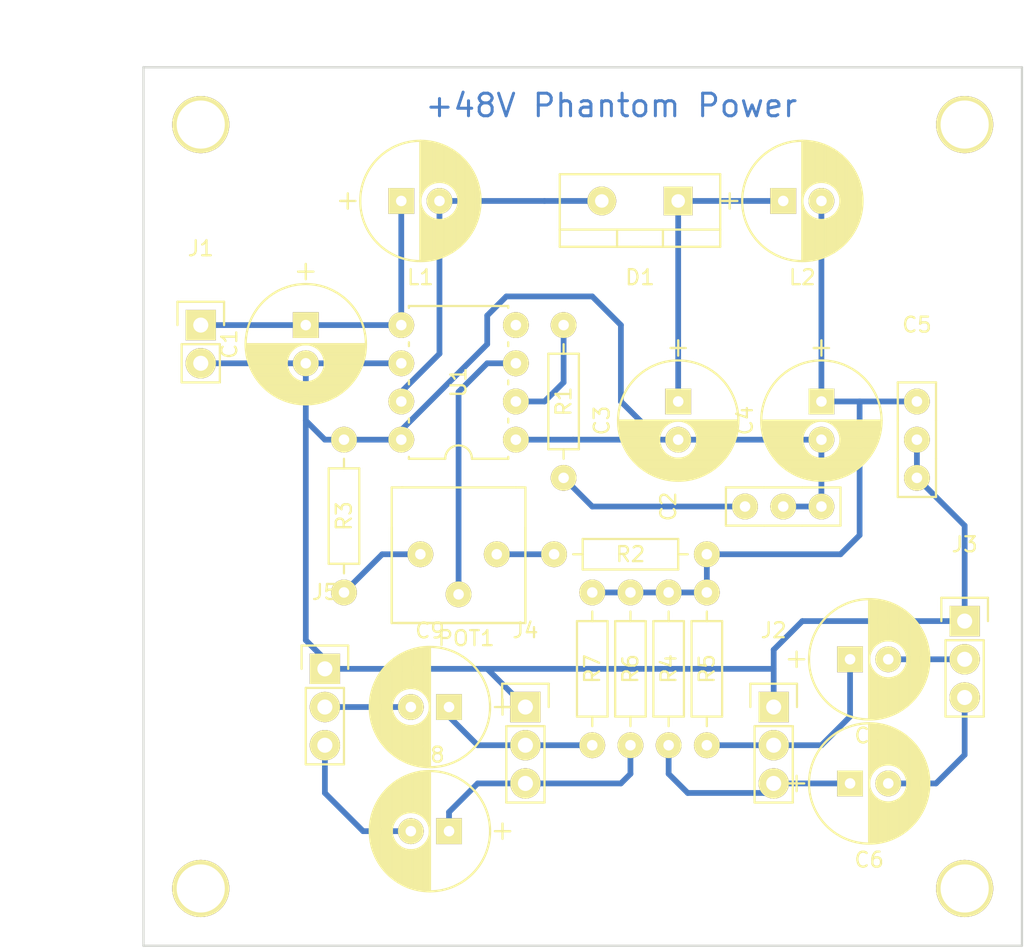
<source format=kicad_pcb>
(kicad_pcb (version 4) (host pcbnew 4.0.1-stable)

  (general
    (links 46)
    (no_connects 0)
    (area 107.874999 71.044999 166.445001 129.615001)
    (thickness 1.6)
    (drawings 7)
    (tracks 91)
    (zones 0)
    (modules 30)
    (nets 19)
  )

  (page A4)
  (layers
    (0 F.Cu signal)
    (31 B.Cu signal)
    (32 B.Adhes user)
    (33 F.Adhes user)
    (34 B.Paste user)
    (35 F.Paste user)
    (36 B.SilkS user)
    (37 F.SilkS user)
    (38 B.Mask user)
    (39 F.Mask user)
    (40 Dwgs.User user)
    (41 Cmts.User user)
    (42 Eco1.User user)
    (43 Eco2.User user)
    (44 Edge.Cuts user)
    (45 Margin user)
    (46 B.CrtYd user)
    (47 F.CrtYd user)
    (48 B.Fab user)
    (49 F.Fab user)
  )

  (setup
    (last_trace_width 0.381)
    (trace_clearance 0.2)
    (zone_clearance 0.508)
    (zone_45_only no)
    (trace_min 0.2)
    (segment_width 0.2)
    (edge_width 0.15)
    (via_size 0.6)
    (via_drill 0.4)
    (via_min_size 0.4)
    (via_min_drill 0.3)
    (uvia_size 0.3)
    (uvia_drill 0.1)
    (uvias_allowed no)
    (uvia_min_size 0.2)
    (uvia_min_drill 0.1)
    (pcb_text_width 0.3)
    (pcb_text_size 1.5 1.5)
    (mod_edge_width 0.15)
    (mod_text_size 1 1)
    (mod_text_width 0.15)
    (pad_size 1.524 1.524)
    (pad_drill 0.762)
    (pad_to_mask_clearance 0.2)
    (aux_axis_origin 0 0)
    (visible_elements FFFEFF7F)
    (pcbplotparams
      (layerselection 0x01000_80000000)
      (usegerberextensions false)
      (excludeedgelayer true)
      (linewidth 0.100000)
      (plotframeref false)
      (viasonmask false)
      (mode 1)
      (useauxorigin false)
      (hpglpennumber 1)
      (hpglpenspeed 20)
      (hpglpendiameter 15)
      (hpglpenoverlay 2)
      (psnegative false)
      (psa4output false)
      (plotreference false)
      (plotvalue false)
      (plotinvisibletext false)
      (padsonsilk false)
      (subtractmaskfromsilk false)
      (outputformat 1)
      (mirror false)
      (drillshape 0)
      (scaleselection 1)
      (outputdirectory ""))
  )

  (net 0 "")
  (net 1 "Net-(C1-Pad1)")
  (net 2 GND)
  (net 3 "Net-(C2-Pad1)")
  (net 4 "Net-(C3-Pad1)")
  (net 5 +48V)
  (net 6 "Net-(C6-Pad1)")
  (net 7 "Net-(C6-Pad2)")
  (net 8 "Net-(C7-Pad1)")
  (net 9 "Net-(C7-Pad2)")
  (net 10 "Net-(C8-Pad1)")
  (net 11 "Net-(C8-Pad2)")
  (net 12 "Net-(C9-Pad1)")
  (net 13 "Net-(C9-Pad2)")
  (net 14 "Net-(D1-Pad2)")
  (net 15 "Net-(POT1-Pad1)")
  (net 16 Feedback)
  (net 17 "Net-(POT1-Pad3)")
  (net 18 "Net-(R1-Pad1)")

  (net_class Default "This is the default net class."
    (clearance 0.2)
    (trace_width 0.381)
    (via_dia 0.6)
    (via_drill 0.4)
    (uvia_dia 0.3)
    (uvia_drill 0.1)
    (add_net +48V)
    (add_net Feedback)
    (add_net GND)
    (add_net "Net-(C1-Pad1)")
    (add_net "Net-(C2-Pad1)")
    (add_net "Net-(C3-Pad1)")
    (add_net "Net-(C6-Pad1)")
    (add_net "Net-(C6-Pad2)")
    (add_net "Net-(C7-Pad1)")
    (add_net "Net-(C7-Pad2)")
    (add_net "Net-(C8-Pad1)")
    (add_net "Net-(C8-Pad2)")
    (add_net "Net-(C9-Pad1)")
    (add_net "Net-(C9-Pad2)")
    (add_net "Net-(D1-Pad2)")
    (add_net "Net-(POT1-Pad1)")
    (add_net "Net-(POT1-Pad3)")
    (add_net "Net-(R1-Pad1)")
  )

  (module "Custom Footprint:Cap_Pol_Radial_D8_P2" (layer F.Cu) (tedit 57E01CAC) (tstamp 588C6946)
    (at 118.745 88.265 270)
    (descr "Radial Electrolytic Capacitor Diameter 8mm x Length 13mm, Pitch 3.8mm")
    (tags "Electrolytic Capacitor")
    (path /58895FFD)
    (fp_text reference C1 (at 1.27 5.08 270) (layer F.SilkS)
      (effects (font (size 1 1) (thickness 0.15)))
    )
    (fp_text value 100uF (at 1.27 -4.826 270) (layer F.Fab)
      (effects (font (size 1 1) (thickness 0.15)))
    )
    (fp_line (start 1.27 -0.5715) (end 1.397 -0.6985) (layer F.SilkS) (width 0.15))
    (fp_line (start 1.397 -0.6985) (end 1.397 -3.8735) (layer F.SilkS) (width 0.15))
    (fp_line (start 1.397 3.937) (end 1.397 0.635) (layer F.SilkS) (width 0.15))
    (fp_line (start 1.524 3.937) (end 1.524 0.8255) (layer F.SilkS) (width 0.15))
    (fp_line (start 1.524 0.8255) (end 1.651 0.9525) (layer F.SilkS) (width 0.15))
    (fp_line (start 1.651 0.9525) (end 1.651 3.937) (layer F.SilkS) (width 0.15))
    (fp_line (start 1.651 3.937) (end 1.778 3.937) (layer F.SilkS) (width 0.15))
    (fp_line (start 1.778 3.937) (end 1.778 1.0795) (layer F.SilkS) (width 0.15))
    (fp_line (start 1.778 1.0795) (end 1.905 1.143) (layer F.SilkS) (width 0.15))
    (fp_line (start 1.905 1.143) (end 1.905 3.937) (layer F.SilkS) (width 0.15))
    (fp_line (start 1.905 3.937) (end 2.032 3.8735) (layer F.SilkS) (width 0.15))
    (fp_line (start 2.032 3.8735) (end 2.032 1.2065) (layer F.SilkS) (width 0.15))
    (fp_line (start 2.032 1.2065) (end 2.159 1.27) (layer F.SilkS) (width 0.15))
    (fp_line (start 2.159 1.27) (end 2.159 3.81) (layer F.SilkS) (width 0.15))
    (fp_line (start 2.159 3.81) (end 2.286 3.81) (layer F.SilkS) (width 0.15))
    (fp_line (start 2.286 3.81) (end 2.286 1.27) (layer F.SilkS) (width 0.15))
    (fp_line (start 2.286 1.27) (end 2.413 1.27) (layer F.SilkS) (width 0.15))
    (fp_line (start 2.413 1.27) (end 2.413 3.81) (layer F.SilkS) (width 0.15))
    (fp_line (start 2.413 3.81) (end 2.54 3.7465) (layer F.SilkS) (width 0.15))
    (fp_line (start 2.54 3.7465) (end 2.54 1.3335) (layer F.SilkS) (width 0.15))
    (fp_line (start 2.54 1.3335) (end 2.667 1.3335) (layer F.SilkS) (width 0.15))
    (fp_line (start 2.667 1.3335) (end 2.667 3.683) (layer F.SilkS) (width 0.15))
    (fp_line (start 2.667 3.683) (end 2.794 3.6195) (layer F.SilkS) (width 0.15))
    (fp_line (start 2.794 3.6195) (end 2.794 1.27) (layer F.SilkS) (width 0.15))
    (fp_line (start 2.794 1.27) (end 2.921 1.2065) (layer F.SilkS) (width 0.15))
    (fp_line (start 2.921 1.2065) (end 2.921 3.6195) (layer F.SilkS) (width 0.15))
    (fp_line (start 2.921 3.6195) (end 3.048 3.4925) (layer F.SilkS) (width 0.15))
    (fp_line (start 3.048 3.4925) (end 3.048 1.2065) (layer F.SilkS) (width 0.15))
    (fp_line (start 3.048 1.2065) (end 3.175 1.143) (layer F.SilkS) (width 0.15))
    (fp_line (start 3.175 1.143) (end 3.175 3.4925) (layer F.SilkS) (width 0.15))
    (fp_line (start 3.175 3.4925) (end 3.302 3.3655) (layer F.SilkS) (width 0.15))
    (fp_line (start 3.302 3.3655) (end 3.302 1.016) (layer F.SilkS) (width 0.15))
    (fp_line (start 3.302 1.016) (end 3.429 0.9525) (layer F.SilkS) (width 0.15))
    (fp_line (start 3.429 0.9525) (end 3.429 3.3655) (layer F.SilkS) (width 0.15))
    (fp_line (start 3.429 3.3655) (end 3.556 3.175) (layer F.SilkS) (width 0.15))
    (fp_line (start 3.556 3.175) (end 3.556 0.8255) (layer F.SilkS) (width 0.15))
    (fp_line (start 3.556 0.8255) (end 3.683 0.635) (layer F.SilkS) (width 0.15))
    (fp_line (start 3.683 0.635) (end 3.683 3.1115) (layer F.SilkS) (width 0.15))
    (fp_line (start 1.524 -3.937) (end 1.524 -0.8255) (layer F.SilkS) (width 0.15))
    (fp_line (start 1.524 -0.8255) (end 1.651 -0.9525) (layer F.SilkS) (width 0.15))
    (fp_line (start 1.651 -0.9525) (end 1.651 -3.937) (layer F.SilkS) (width 0.15))
    (fp_line (start 1.651 -3.937) (end 1.778 -3.8735) (layer F.SilkS) (width 0.15))
    (fp_line (start 1.778 -3.8735) (end 1.778 -1.0795) (layer F.SilkS) (width 0.15))
    (fp_line (start 1.778 -1.0795) (end 1.905 -1.2065) (layer F.SilkS) (width 0.15))
    (fp_line (start 1.905 -1.2065) (end 1.905 -3.937) (layer F.SilkS) (width 0.15))
    (fp_line (start 1.905 -3.937) (end 2.032 -3.8735) (layer F.SilkS) (width 0.15))
    (fp_line (start 2.032 -3.8735) (end 2.032 -1.2065) (layer F.SilkS) (width 0.15))
    (fp_line (start 2.032 -1.2065) (end 2.159 -1.27) (layer F.SilkS) (width 0.15))
    (fp_line (start 2.159 -1.27) (end 2.159 -3.81) (layer F.SilkS) (width 0.15))
    (fp_line (start 2.159 -3.81) (end 2.286 -3.81) (layer F.SilkS) (width 0.15))
    (fp_line (start 2.286 -3.81) (end 2.286 -1.27) (layer F.SilkS) (width 0.15))
    (fp_line (start 2.286 -1.27) (end 2.413 -1.27) (layer F.SilkS) (width 0.15))
    (fp_line (start 2.413 -1.27) (end 2.413 -3.81) (layer F.SilkS) (width 0.15))
    (fp_line (start 2.413 -3.81) (end 2.54 -3.7465) (layer F.SilkS) (width 0.15))
    (fp_line (start 2.54 -3.7465) (end 2.54 -1.27) (layer F.SilkS) (width 0.15))
    (fp_line (start 2.54 -1.27) (end 2.667 -1.27) (layer F.SilkS) (width 0.15))
    (fp_line (start 2.667 -1.27) (end 2.667 -3.7465) (layer F.SilkS) (width 0.15))
    (fp_line (start 2.667 -3.7465) (end 2.794 -3.683) (layer F.SilkS) (width 0.15))
    (fp_line (start 2.794 -3.683) (end 2.794 -1.27) (layer F.SilkS) (width 0.15))
    (fp_line (start 2.794 -1.27) (end 2.921 -1.27) (layer F.SilkS) (width 0.15))
    (fp_line (start 2.921 -1.27) (end 2.921 -3.6195) (layer F.SilkS) (width 0.15))
    (fp_line (start 2.921 -3.6195) (end 3.048 -3.556) (layer F.SilkS) (width 0.15))
    (fp_line (start 3.048 -3.556) (end 3.048 -1.2065) (layer F.SilkS) (width 0.15))
    (fp_line (start 3.048 -1.2065) (end 3.175 -1.143) (layer F.SilkS) (width 0.15))
    (fp_line (start 3.175 -1.143) (end 3.175 -3.4925) (layer F.SilkS) (width 0.15))
    (fp_line (start 3.175 -3.4925) (end 3.302 -3.429) (layer F.SilkS) (width 0.15))
    (fp_line (start 3.302 -3.429) (end 3.302 -1.016) (layer F.SilkS) (width 0.15))
    (fp_line (start 3.302 -1.016) (end 3.429 -0.9525) (layer F.SilkS) (width 0.15))
    (fp_line (start 3.429 -0.9525) (end 3.429 -3.302) (layer F.SilkS) (width 0.15))
    (fp_line (start 3.429 -3.302) (end 3.556 -3.2385) (layer F.SilkS) (width 0.15))
    (fp_line (start 3.556 -3.2385) (end 3.556 -0.8255) (layer F.SilkS) (width 0.15))
    (fp_line (start 3.556 -0.8255) (end 3.683 -0.635) (layer F.SilkS) (width 0.15))
    (fp_line (start 3.683 -0.635) (end 3.683 -3.1115) (layer F.SilkS) (width 0.15))
    (fp_line (start -3.556 -0.508) (end -3.556 0.508) (layer F.SilkS) (width 0.15))
    (fp_line (start -3.556 0.508) (end -3.556 0) (layer F.SilkS) (width 0.15))
    (fp_line (start -3.556 0) (end -4.064 0) (layer F.SilkS) (width 0.15))
    (fp_line (start -4.064 0) (end -3.048 0) (layer F.SilkS) (width 0.15))
    (fp_line (start 3.81 -2.9845) (end 4.191 -2.6035) (layer F.SilkS) (width 0.15))
    (fp_line (start 4.7625 -1.905) (end 4.6355 -1.9685) (layer F.SilkS) (width 0.15))
    (fp_line (start 4.6355 -1.9685) (end 4.445 -2.032) (layer F.SilkS) (width 0.15))
    (fp_line (start 5.0165 1.2065) (end 5.0165 1.016) (layer F.SilkS) (width 0.15))
    (fp_line (start 3.937 2.8575) (end 4.064 2.7305) (layer F.SilkS) (width 0.15))
    (fp_line (start 4.445 2.2225) (end 4.5085 2.159) (layer F.SilkS) (width 0.15))
    (fp_circle (center 2.54 0) (end 3.81 0) (layer F.SilkS) (width 0.15))
    (fp_line (start 1.27 -4.0005) (end 1.27 3.937) (layer F.SilkS) (width 0.15))
    (fp_line (start 1.27 3.937) (end 1.397 3.937) (layer F.SilkS) (width 0.15))
    (fp_line (start 3.683 -3.175) (end 3.81 -3.048) (layer F.SilkS) (width 0.15))
    (fp_line (start 3.81 -3.048) (end 3.81 3.048) (layer F.SilkS) (width 0.15))
    (fp_line (start 3.81 3.048) (end 3.937 2.8575) (layer F.SilkS) (width 0.15))
    (fp_line (start 3.937 2.8575) (end 3.937 -2.8575) (layer F.SilkS) (width 0.15))
    (fp_line (start 3.937 -2.8575) (end 4.064 -2.794) (layer F.SilkS) (width 0.15))
    (fp_line (start 4.064 -2.794) (end 4.064 2.7305) (layer F.SilkS) (width 0.15))
    (fp_line (start 4.064 2.7305) (end 4.191 2.6035) (layer F.SilkS) (width 0.15))
    (fp_line (start 4.191 2.6035) (end 4.191 -2.6035) (layer F.SilkS) (width 0.15))
    (fp_line (start 4.191 -2.6035) (end 4.318 -2.4765) (layer F.SilkS) (width 0.15))
    (fp_line (start 4.318 -2.4765) (end 4.318 2.4765) (layer F.SilkS) (width 0.15))
    (fp_line (start 4.318 2.4765) (end 4.445 2.3495) (layer F.SilkS) (width 0.15))
    (fp_line (start 4.445 2.3495) (end 4.445 -2.413) (layer F.SilkS) (width 0.15))
    (fp_line (start 4.445 -2.413) (end 4.572 -2.159) (layer F.SilkS) (width 0.15))
    (fp_line (start 4.572 -2.159) (end 4.572 2.0955) (layer F.SilkS) (width 0.15))
    (fp_line (start 4.572 2.0955) (end 4.699 1.905) (layer F.SilkS) (width 0.15))
    (fp_line (start 4.699 1.905) (end 4.699 -1.905) (layer F.SilkS) (width 0.15))
    (fp_line (start 4.699 -1.905) (end 4.826 -1.651) (layer F.SilkS) (width 0.15))
    (fp_line (start 4.826 -1.651) (end 4.826 1.7145) (layer F.SilkS) (width 0.15))
    (fp_line (start 4.826 1.7145) (end 4.953 1.3335) (layer F.SilkS) (width 0.15))
    (fp_line (start 4.953 1.3335) (end 4.953 -1.4605) (layer F.SilkS) (width 0.15))
    (fp_line (start 4.953 -1.4605) (end 5.08 -1.0795) (layer F.SilkS) (width 0.15))
    (fp_line (start 5.08 -1.0795) (end 5.08 1.016) (layer F.SilkS) (width 0.15))
    (fp_line (start 5.08 1.016) (end 5.1435 0.6985) (layer F.SilkS) (width 0.15))
    (fp_line (start 5.1435 0.6985) (end 5.1435 -0.5715) (layer F.SilkS) (width 0.15))
    (fp_circle (center 1.27 0) (end 5.27 0) (layer F.SilkS) (width 0.15))
    (pad 1 thru_hole rect (at 0 0 270) (size 1.716 1.716) (drill 0.7) (layers *.Cu *.Mask F.SilkS)
      (net 1 "Net-(C1-Pad1)"))
    (pad 2 thru_hole circle (at 2.54 0 270) (size 1.716 1.716) (drill 0.7) (layers *.Cu *.Mask F.SilkS)
      (net 2 GND))
    (model Capacitors_ThroughHole.3dshapes/C_Radial_D8_L13_P3.8.wrl
      (at (xyz 0.0748031 0 0))
      (scale (xyz 1 1 1))
      (rotate (xyz 0 0 90))
    )
  )

  (module "Custom Footprint:Cap_UnPol_P3" (layer F.Cu) (tedit 580EAA09) (tstamp 588C6959)
    (at 147.955 100.33 90)
    (descr "Through hole pin header")
    (tags "pin header")
    (path /5889704E)
    (fp_text reference C2 (at 0 -5.1 90) (layer F.SilkS)
      (effects (font (size 1 1) (thickness 0.15)))
    )
    (fp_text value 100nF (at 0 -3.1 90) (layer F.Fab)
      (effects (font (size 1 1) (thickness 0.15)))
    )
    (fp_line (start 1.27 3.81) (end 1.27 6.35) (layer F.SilkS) (width 0.15))
    (fp_line (start 1.27 6.35) (end -1.27 6.35) (layer F.SilkS) (width 0.15))
    (fp_line (start -1.27 6.35) (end -1.27 3.81) (layer F.SilkS) (width 0.15))
    (fp_line (start -1.27 1.27) (end -1.27 -1.27) (layer F.SilkS) (width 0.15))
    (fp_line (start -1.27 -1.27) (end 1.27 -1.27) (layer F.SilkS) (width 0.15))
    (fp_line (start 1.27 -1.27) (end 1.27 1.27) (layer F.SilkS) (width 0.15))
    (fp_line (start 1.27 1.27) (end 1.27 3.81) (layer F.SilkS) (width 0.15))
    (fp_line (start -1.75 -1.75) (end -1.75 4.3) (layer F.CrtYd) (width 0.05))
    (fp_line (start 1.75 -1.75) (end 1.75 4.3) (layer F.CrtYd) (width 0.05))
    (fp_line (start -1.75 -1.75) (end 1.75 -1.75) (layer F.CrtYd) (width 0.05))
    (fp_line (start -1.75 4.3) (end 1.75 4.3) (layer F.CrtYd) (width 0.05))
    (fp_line (start -1.27 1.27) (end -1.27 3.81) (layer F.SilkS) (width 0.15))
    (pad 1 thru_hole circle (at 0 0 90) (size 1.716 1.716) (drill 0.7) (layers *.Cu *.Mask F.SilkS)
      (net 3 "Net-(C2-Pad1)"))
    (pad 2 thru_hole circle (at 0 2.54 90) (size 1.716 1.716) (drill 0.7) (layers *.Cu *.Mask F.SilkS)
      (net 2 GND))
    (pad 2 thru_hole circle (at 0 5.08 90) (size 1.716 1.716) (drill 0.7) (layers *.Cu *.Mask F.SilkS)
      (net 2 GND))
    (model Pin_Headers.3dshapes/Pin_Header_Straight_1x02.wrl
      (at (xyz 0 -0.05 0))
      (scale (xyz 1 1 1))
      (rotate (xyz 0 0 90))
    )
  )

  (module "Custom Footprint:Cap_Pol_Radial_D8_P2" (layer F.Cu) (tedit 57E01CAC) (tstamp 588C69CE)
    (at 143.51 93.345 270)
    (descr "Radial Electrolytic Capacitor Diameter 8mm x Length 13mm, Pitch 3.8mm")
    (tags "Electrolytic Capacitor")
    (path /5889694B)
    (fp_text reference C3 (at 1.27 5.08 270) (layer F.SilkS)
      (effects (font (size 1 1) (thickness 0.15)))
    )
    (fp_text value 47uF (at 1.27 -4.826 270) (layer F.Fab)
      (effects (font (size 1 1) (thickness 0.15)))
    )
    (fp_line (start 1.27 -0.5715) (end 1.397 -0.6985) (layer F.SilkS) (width 0.15))
    (fp_line (start 1.397 -0.6985) (end 1.397 -3.8735) (layer F.SilkS) (width 0.15))
    (fp_line (start 1.397 3.937) (end 1.397 0.635) (layer F.SilkS) (width 0.15))
    (fp_line (start 1.524 3.937) (end 1.524 0.8255) (layer F.SilkS) (width 0.15))
    (fp_line (start 1.524 0.8255) (end 1.651 0.9525) (layer F.SilkS) (width 0.15))
    (fp_line (start 1.651 0.9525) (end 1.651 3.937) (layer F.SilkS) (width 0.15))
    (fp_line (start 1.651 3.937) (end 1.778 3.937) (layer F.SilkS) (width 0.15))
    (fp_line (start 1.778 3.937) (end 1.778 1.0795) (layer F.SilkS) (width 0.15))
    (fp_line (start 1.778 1.0795) (end 1.905 1.143) (layer F.SilkS) (width 0.15))
    (fp_line (start 1.905 1.143) (end 1.905 3.937) (layer F.SilkS) (width 0.15))
    (fp_line (start 1.905 3.937) (end 2.032 3.8735) (layer F.SilkS) (width 0.15))
    (fp_line (start 2.032 3.8735) (end 2.032 1.2065) (layer F.SilkS) (width 0.15))
    (fp_line (start 2.032 1.2065) (end 2.159 1.27) (layer F.SilkS) (width 0.15))
    (fp_line (start 2.159 1.27) (end 2.159 3.81) (layer F.SilkS) (width 0.15))
    (fp_line (start 2.159 3.81) (end 2.286 3.81) (layer F.SilkS) (width 0.15))
    (fp_line (start 2.286 3.81) (end 2.286 1.27) (layer F.SilkS) (width 0.15))
    (fp_line (start 2.286 1.27) (end 2.413 1.27) (layer F.SilkS) (width 0.15))
    (fp_line (start 2.413 1.27) (end 2.413 3.81) (layer F.SilkS) (width 0.15))
    (fp_line (start 2.413 3.81) (end 2.54 3.7465) (layer F.SilkS) (width 0.15))
    (fp_line (start 2.54 3.7465) (end 2.54 1.3335) (layer F.SilkS) (width 0.15))
    (fp_line (start 2.54 1.3335) (end 2.667 1.3335) (layer F.SilkS) (width 0.15))
    (fp_line (start 2.667 1.3335) (end 2.667 3.683) (layer F.SilkS) (width 0.15))
    (fp_line (start 2.667 3.683) (end 2.794 3.6195) (layer F.SilkS) (width 0.15))
    (fp_line (start 2.794 3.6195) (end 2.794 1.27) (layer F.SilkS) (width 0.15))
    (fp_line (start 2.794 1.27) (end 2.921 1.2065) (layer F.SilkS) (width 0.15))
    (fp_line (start 2.921 1.2065) (end 2.921 3.6195) (layer F.SilkS) (width 0.15))
    (fp_line (start 2.921 3.6195) (end 3.048 3.4925) (layer F.SilkS) (width 0.15))
    (fp_line (start 3.048 3.4925) (end 3.048 1.2065) (layer F.SilkS) (width 0.15))
    (fp_line (start 3.048 1.2065) (end 3.175 1.143) (layer F.SilkS) (width 0.15))
    (fp_line (start 3.175 1.143) (end 3.175 3.4925) (layer F.SilkS) (width 0.15))
    (fp_line (start 3.175 3.4925) (end 3.302 3.3655) (layer F.SilkS) (width 0.15))
    (fp_line (start 3.302 3.3655) (end 3.302 1.016) (layer F.SilkS) (width 0.15))
    (fp_line (start 3.302 1.016) (end 3.429 0.9525) (layer F.SilkS) (width 0.15))
    (fp_line (start 3.429 0.9525) (end 3.429 3.3655) (layer F.SilkS) (width 0.15))
    (fp_line (start 3.429 3.3655) (end 3.556 3.175) (layer F.SilkS) (width 0.15))
    (fp_line (start 3.556 3.175) (end 3.556 0.8255) (layer F.SilkS) (width 0.15))
    (fp_line (start 3.556 0.8255) (end 3.683 0.635) (layer F.SilkS) (width 0.15))
    (fp_line (start 3.683 0.635) (end 3.683 3.1115) (layer F.SilkS) (width 0.15))
    (fp_line (start 1.524 -3.937) (end 1.524 -0.8255) (layer F.SilkS) (width 0.15))
    (fp_line (start 1.524 -0.8255) (end 1.651 -0.9525) (layer F.SilkS) (width 0.15))
    (fp_line (start 1.651 -0.9525) (end 1.651 -3.937) (layer F.SilkS) (width 0.15))
    (fp_line (start 1.651 -3.937) (end 1.778 -3.8735) (layer F.SilkS) (width 0.15))
    (fp_line (start 1.778 -3.8735) (end 1.778 -1.0795) (layer F.SilkS) (width 0.15))
    (fp_line (start 1.778 -1.0795) (end 1.905 -1.2065) (layer F.SilkS) (width 0.15))
    (fp_line (start 1.905 -1.2065) (end 1.905 -3.937) (layer F.SilkS) (width 0.15))
    (fp_line (start 1.905 -3.937) (end 2.032 -3.8735) (layer F.SilkS) (width 0.15))
    (fp_line (start 2.032 -3.8735) (end 2.032 -1.2065) (layer F.SilkS) (width 0.15))
    (fp_line (start 2.032 -1.2065) (end 2.159 -1.27) (layer F.SilkS) (width 0.15))
    (fp_line (start 2.159 -1.27) (end 2.159 -3.81) (layer F.SilkS) (width 0.15))
    (fp_line (start 2.159 -3.81) (end 2.286 -3.81) (layer F.SilkS) (width 0.15))
    (fp_line (start 2.286 -3.81) (end 2.286 -1.27) (layer F.SilkS) (width 0.15))
    (fp_line (start 2.286 -1.27) (end 2.413 -1.27) (layer F.SilkS) (width 0.15))
    (fp_line (start 2.413 -1.27) (end 2.413 -3.81) (layer F.SilkS) (width 0.15))
    (fp_line (start 2.413 -3.81) (end 2.54 -3.7465) (layer F.SilkS) (width 0.15))
    (fp_line (start 2.54 -3.7465) (end 2.54 -1.27) (layer F.SilkS) (width 0.15))
    (fp_line (start 2.54 -1.27) (end 2.667 -1.27) (layer F.SilkS) (width 0.15))
    (fp_line (start 2.667 -1.27) (end 2.667 -3.7465) (layer F.SilkS) (width 0.15))
    (fp_line (start 2.667 -3.7465) (end 2.794 -3.683) (layer F.SilkS) (width 0.15))
    (fp_line (start 2.794 -3.683) (end 2.794 -1.27) (layer F.SilkS) (width 0.15))
    (fp_line (start 2.794 -1.27) (end 2.921 -1.27) (layer F.SilkS) (width 0.15))
    (fp_line (start 2.921 -1.27) (end 2.921 -3.6195) (layer F.SilkS) (width 0.15))
    (fp_line (start 2.921 -3.6195) (end 3.048 -3.556) (layer F.SilkS) (width 0.15))
    (fp_line (start 3.048 -3.556) (end 3.048 -1.2065) (layer F.SilkS) (width 0.15))
    (fp_line (start 3.048 -1.2065) (end 3.175 -1.143) (layer F.SilkS) (width 0.15))
    (fp_line (start 3.175 -1.143) (end 3.175 -3.4925) (layer F.SilkS) (width 0.15))
    (fp_line (start 3.175 -3.4925) (end 3.302 -3.429) (layer F.SilkS) (width 0.15))
    (fp_line (start 3.302 -3.429) (end 3.302 -1.016) (layer F.SilkS) (width 0.15))
    (fp_line (start 3.302 -1.016) (end 3.429 -0.9525) (layer F.SilkS) (width 0.15))
    (fp_line (start 3.429 -0.9525) (end 3.429 -3.302) (layer F.SilkS) (width 0.15))
    (fp_line (start 3.429 -3.302) (end 3.556 -3.2385) (layer F.SilkS) (width 0.15))
    (fp_line (start 3.556 -3.2385) (end 3.556 -0.8255) (layer F.SilkS) (width 0.15))
    (fp_line (start 3.556 -0.8255) (end 3.683 -0.635) (layer F.SilkS) (width 0.15))
    (fp_line (start 3.683 -0.635) (end 3.683 -3.1115) (layer F.SilkS) (width 0.15))
    (fp_line (start -3.556 -0.508) (end -3.556 0.508) (layer F.SilkS) (width 0.15))
    (fp_line (start -3.556 0.508) (end -3.556 0) (layer F.SilkS) (width 0.15))
    (fp_line (start -3.556 0) (end -4.064 0) (layer F.SilkS) (width 0.15))
    (fp_line (start -4.064 0) (end -3.048 0) (layer F.SilkS) (width 0.15))
    (fp_line (start 3.81 -2.9845) (end 4.191 -2.6035) (layer F.SilkS) (width 0.15))
    (fp_line (start 4.7625 -1.905) (end 4.6355 -1.9685) (layer F.SilkS) (width 0.15))
    (fp_line (start 4.6355 -1.9685) (end 4.445 -2.032) (layer F.SilkS) (width 0.15))
    (fp_line (start 5.0165 1.2065) (end 5.0165 1.016) (layer F.SilkS) (width 0.15))
    (fp_line (start 3.937 2.8575) (end 4.064 2.7305) (layer F.SilkS) (width 0.15))
    (fp_line (start 4.445 2.2225) (end 4.5085 2.159) (layer F.SilkS) (width 0.15))
    (fp_circle (center 2.54 0) (end 3.81 0) (layer F.SilkS) (width 0.15))
    (fp_line (start 1.27 -4.0005) (end 1.27 3.937) (layer F.SilkS) (width 0.15))
    (fp_line (start 1.27 3.937) (end 1.397 3.937) (layer F.SilkS) (width 0.15))
    (fp_line (start 3.683 -3.175) (end 3.81 -3.048) (layer F.SilkS) (width 0.15))
    (fp_line (start 3.81 -3.048) (end 3.81 3.048) (layer F.SilkS) (width 0.15))
    (fp_line (start 3.81 3.048) (end 3.937 2.8575) (layer F.SilkS) (width 0.15))
    (fp_line (start 3.937 2.8575) (end 3.937 -2.8575) (layer F.SilkS) (width 0.15))
    (fp_line (start 3.937 -2.8575) (end 4.064 -2.794) (layer F.SilkS) (width 0.15))
    (fp_line (start 4.064 -2.794) (end 4.064 2.7305) (layer F.SilkS) (width 0.15))
    (fp_line (start 4.064 2.7305) (end 4.191 2.6035) (layer F.SilkS) (width 0.15))
    (fp_line (start 4.191 2.6035) (end 4.191 -2.6035) (layer F.SilkS) (width 0.15))
    (fp_line (start 4.191 -2.6035) (end 4.318 -2.4765) (layer F.SilkS) (width 0.15))
    (fp_line (start 4.318 -2.4765) (end 4.318 2.4765) (layer F.SilkS) (width 0.15))
    (fp_line (start 4.318 2.4765) (end 4.445 2.3495) (layer F.SilkS) (width 0.15))
    (fp_line (start 4.445 2.3495) (end 4.445 -2.413) (layer F.SilkS) (width 0.15))
    (fp_line (start 4.445 -2.413) (end 4.572 -2.159) (layer F.SilkS) (width 0.15))
    (fp_line (start 4.572 -2.159) (end 4.572 2.0955) (layer F.SilkS) (width 0.15))
    (fp_line (start 4.572 2.0955) (end 4.699 1.905) (layer F.SilkS) (width 0.15))
    (fp_line (start 4.699 1.905) (end 4.699 -1.905) (layer F.SilkS) (width 0.15))
    (fp_line (start 4.699 -1.905) (end 4.826 -1.651) (layer F.SilkS) (width 0.15))
    (fp_line (start 4.826 -1.651) (end 4.826 1.7145) (layer F.SilkS) (width 0.15))
    (fp_line (start 4.826 1.7145) (end 4.953 1.3335) (layer F.SilkS) (width 0.15))
    (fp_line (start 4.953 1.3335) (end 4.953 -1.4605) (layer F.SilkS) (width 0.15))
    (fp_line (start 4.953 -1.4605) (end 5.08 -1.0795) (layer F.SilkS) (width 0.15))
    (fp_line (start 5.08 -1.0795) (end 5.08 1.016) (layer F.SilkS) (width 0.15))
    (fp_line (start 5.08 1.016) (end 5.1435 0.6985) (layer F.SilkS) (width 0.15))
    (fp_line (start 5.1435 0.6985) (end 5.1435 -0.5715) (layer F.SilkS) (width 0.15))
    (fp_circle (center 1.27 0) (end 5.27 0) (layer F.SilkS) (width 0.15))
    (pad 1 thru_hole rect (at 0 0 270) (size 1.716 1.716) (drill 0.7) (layers *.Cu *.Mask F.SilkS)
      (net 4 "Net-(C3-Pad1)"))
    (pad 2 thru_hole circle (at 2.54 0 270) (size 1.716 1.716) (drill 0.7) (layers *.Cu *.Mask F.SilkS)
      (net 2 GND))
    (model Capacitors_ThroughHole.3dshapes/C_Radial_D8_L13_P3.8.wrl
      (at (xyz 0.0748031 0 0))
      (scale (xyz 1 1 1))
      (rotate (xyz 0 0 90))
    )
  )

  (module "Custom Footprint:Cap_Pol_Radial_D8_P2" (layer F.Cu) (tedit 57E01CAC) (tstamp 588C6A43)
    (at 153.035 93.345 270)
    (descr "Radial Electrolytic Capacitor Diameter 8mm x Length 13mm, Pitch 3.8mm")
    (tags "Electrolytic Capacitor")
    (path /58896A36)
    (fp_text reference C4 (at 1.27 5.08 270) (layer F.SilkS)
      (effects (font (size 1 1) (thickness 0.15)))
    )
    (fp_text value 47uF (at 1.27 -4.826 270) (layer F.Fab)
      (effects (font (size 1 1) (thickness 0.15)))
    )
    (fp_line (start 1.27 -0.5715) (end 1.397 -0.6985) (layer F.SilkS) (width 0.15))
    (fp_line (start 1.397 -0.6985) (end 1.397 -3.8735) (layer F.SilkS) (width 0.15))
    (fp_line (start 1.397 3.937) (end 1.397 0.635) (layer F.SilkS) (width 0.15))
    (fp_line (start 1.524 3.937) (end 1.524 0.8255) (layer F.SilkS) (width 0.15))
    (fp_line (start 1.524 0.8255) (end 1.651 0.9525) (layer F.SilkS) (width 0.15))
    (fp_line (start 1.651 0.9525) (end 1.651 3.937) (layer F.SilkS) (width 0.15))
    (fp_line (start 1.651 3.937) (end 1.778 3.937) (layer F.SilkS) (width 0.15))
    (fp_line (start 1.778 3.937) (end 1.778 1.0795) (layer F.SilkS) (width 0.15))
    (fp_line (start 1.778 1.0795) (end 1.905 1.143) (layer F.SilkS) (width 0.15))
    (fp_line (start 1.905 1.143) (end 1.905 3.937) (layer F.SilkS) (width 0.15))
    (fp_line (start 1.905 3.937) (end 2.032 3.8735) (layer F.SilkS) (width 0.15))
    (fp_line (start 2.032 3.8735) (end 2.032 1.2065) (layer F.SilkS) (width 0.15))
    (fp_line (start 2.032 1.2065) (end 2.159 1.27) (layer F.SilkS) (width 0.15))
    (fp_line (start 2.159 1.27) (end 2.159 3.81) (layer F.SilkS) (width 0.15))
    (fp_line (start 2.159 3.81) (end 2.286 3.81) (layer F.SilkS) (width 0.15))
    (fp_line (start 2.286 3.81) (end 2.286 1.27) (layer F.SilkS) (width 0.15))
    (fp_line (start 2.286 1.27) (end 2.413 1.27) (layer F.SilkS) (width 0.15))
    (fp_line (start 2.413 1.27) (end 2.413 3.81) (layer F.SilkS) (width 0.15))
    (fp_line (start 2.413 3.81) (end 2.54 3.7465) (layer F.SilkS) (width 0.15))
    (fp_line (start 2.54 3.7465) (end 2.54 1.3335) (layer F.SilkS) (width 0.15))
    (fp_line (start 2.54 1.3335) (end 2.667 1.3335) (layer F.SilkS) (width 0.15))
    (fp_line (start 2.667 1.3335) (end 2.667 3.683) (layer F.SilkS) (width 0.15))
    (fp_line (start 2.667 3.683) (end 2.794 3.6195) (layer F.SilkS) (width 0.15))
    (fp_line (start 2.794 3.6195) (end 2.794 1.27) (layer F.SilkS) (width 0.15))
    (fp_line (start 2.794 1.27) (end 2.921 1.2065) (layer F.SilkS) (width 0.15))
    (fp_line (start 2.921 1.2065) (end 2.921 3.6195) (layer F.SilkS) (width 0.15))
    (fp_line (start 2.921 3.6195) (end 3.048 3.4925) (layer F.SilkS) (width 0.15))
    (fp_line (start 3.048 3.4925) (end 3.048 1.2065) (layer F.SilkS) (width 0.15))
    (fp_line (start 3.048 1.2065) (end 3.175 1.143) (layer F.SilkS) (width 0.15))
    (fp_line (start 3.175 1.143) (end 3.175 3.4925) (layer F.SilkS) (width 0.15))
    (fp_line (start 3.175 3.4925) (end 3.302 3.3655) (layer F.SilkS) (width 0.15))
    (fp_line (start 3.302 3.3655) (end 3.302 1.016) (layer F.SilkS) (width 0.15))
    (fp_line (start 3.302 1.016) (end 3.429 0.9525) (layer F.SilkS) (width 0.15))
    (fp_line (start 3.429 0.9525) (end 3.429 3.3655) (layer F.SilkS) (width 0.15))
    (fp_line (start 3.429 3.3655) (end 3.556 3.175) (layer F.SilkS) (width 0.15))
    (fp_line (start 3.556 3.175) (end 3.556 0.8255) (layer F.SilkS) (width 0.15))
    (fp_line (start 3.556 0.8255) (end 3.683 0.635) (layer F.SilkS) (width 0.15))
    (fp_line (start 3.683 0.635) (end 3.683 3.1115) (layer F.SilkS) (width 0.15))
    (fp_line (start 1.524 -3.937) (end 1.524 -0.8255) (layer F.SilkS) (width 0.15))
    (fp_line (start 1.524 -0.8255) (end 1.651 -0.9525) (layer F.SilkS) (width 0.15))
    (fp_line (start 1.651 -0.9525) (end 1.651 -3.937) (layer F.SilkS) (width 0.15))
    (fp_line (start 1.651 -3.937) (end 1.778 -3.8735) (layer F.SilkS) (width 0.15))
    (fp_line (start 1.778 -3.8735) (end 1.778 -1.0795) (layer F.SilkS) (width 0.15))
    (fp_line (start 1.778 -1.0795) (end 1.905 -1.2065) (layer F.SilkS) (width 0.15))
    (fp_line (start 1.905 -1.2065) (end 1.905 -3.937) (layer F.SilkS) (width 0.15))
    (fp_line (start 1.905 -3.937) (end 2.032 -3.8735) (layer F.SilkS) (width 0.15))
    (fp_line (start 2.032 -3.8735) (end 2.032 -1.2065) (layer F.SilkS) (width 0.15))
    (fp_line (start 2.032 -1.2065) (end 2.159 -1.27) (layer F.SilkS) (width 0.15))
    (fp_line (start 2.159 -1.27) (end 2.159 -3.81) (layer F.SilkS) (width 0.15))
    (fp_line (start 2.159 -3.81) (end 2.286 -3.81) (layer F.SilkS) (width 0.15))
    (fp_line (start 2.286 -3.81) (end 2.286 -1.27) (layer F.SilkS) (width 0.15))
    (fp_line (start 2.286 -1.27) (end 2.413 -1.27) (layer F.SilkS) (width 0.15))
    (fp_line (start 2.413 -1.27) (end 2.413 -3.81) (layer F.SilkS) (width 0.15))
    (fp_line (start 2.413 -3.81) (end 2.54 -3.7465) (layer F.SilkS) (width 0.15))
    (fp_line (start 2.54 -3.7465) (end 2.54 -1.27) (layer F.SilkS) (width 0.15))
    (fp_line (start 2.54 -1.27) (end 2.667 -1.27) (layer F.SilkS) (width 0.15))
    (fp_line (start 2.667 -1.27) (end 2.667 -3.7465) (layer F.SilkS) (width 0.15))
    (fp_line (start 2.667 -3.7465) (end 2.794 -3.683) (layer F.SilkS) (width 0.15))
    (fp_line (start 2.794 -3.683) (end 2.794 -1.27) (layer F.SilkS) (width 0.15))
    (fp_line (start 2.794 -1.27) (end 2.921 -1.27) (layer F.SilkS) (width 0.15))
    (fp_line (start 2.921 -1.27) (end 2.921 -3.6195) (layer F.SilkS) (width 0.15))
    (fp_line (start 2.921 -3.6195) (end 3.048 -3.556) (layer F.SilkS) (width 0.15))
    (fp_line (start 3.048 -3.556) (end 3.048 -1.2065) (layer F.SilkS) (width 0.15))
    (fp_line (start 3.048 -1.2065) (end 3.175 -1.143) (layer F.SilkS) (width 0.15))
    (fp_line (start 3.175 -1.143) (end 3.175 -3.4925) (layer F.SilkS) (width 0.15))
    (fp_line (start 3.175 -3.4925) (end 3.302 -3.429) (layer F.SilkS) (width 0.15))
    (fp_line (start 3.302 -3.429) (end 3.302 -1.016) (layer F.SilkS) (width 0.15))
    (fp_line (start 3.302 -1.016) (end 3.429 -0.9525) (layer F.SilkS) (width 0.15))
    (fp_line (start 3.429 -0.9525) (end 3.429 -3.302) (layer F.SilkS) (width 0.15))
    (fp_line (start 3.429 -3.302) (end 3.556 -3.2385) (layer F.SilkS) (width 0.15))
    (fp_line (start 3.556 -3.2385) (end 3.556 -0.8255) (layer F.SilkS) (width 0.15))
    (fp_line (start 3.556 -0.8255) (end 3.683 -0.635) (layer F.SilkS) (width 0.15))
    (fp_line (start 3.683 -0.635) (end 3.683 -3.1115) (layer F.SilkS) (width 0.15))
    (fp_line (start -3.556 -0.508) (end -3.556 0.508) (layer F.SilkS) (width 0.15))
    (fp_line (start -3.556 0.508) (end -3.556 0) (layer F.SilkS) (width 0.15))
    (fp_line (start -3.556 0) (end -4.064 0) (layer F.SilkS) (width 0.15))
    (fp_line (start -4.064 0) (end -3.048 0) (layer F.SilkS) (width 0.15))
    (fp_line (start 3.81 -2.9845) (end 4.191 -2.6035) (layer F.SilkS) (width 0.15))
    (fp_line (start 4.7625 -1.905) (end 4.6355 -1.9685) (layer F.SilkS) (width 0.15))
    (fp_line (start 4.6355 -1.9685) (end 4.445 -2.032) (layer F.SilkS) (width 0.15))
    (fp_line (start 5.0165 1.2065) (end 5.0165 1.016) (layer F.SilkS) (width 0.15))
    (fp_line (start 3.937 2.8575) (end 4.064 2.7305) (layer F.SilkS) (width 0.15))
    (fp_line (start 4.445 2.2225) (end 4.5085 2.159) (layer F.SilkS) (width 0.15))
    (fp_circle (center 2.54 0) (end 3.81 0) (layer F.SilkS) (width 0.15))
    (fp_line (start 1.27 -4.0005) (end 1.27 3.937) (layer F.SilkS) (width 0.15))
    (fp_line (start 1.27 3.937) (end 1.397 3.937) (layer F.SilkS) (width 0.15))
    (fp_line (start 3.683 -3.175) (end 3.81 -3.048) (layer F.SilkS) (width 0.15))
    (fp_line (start 3.81 -3.048) (end 3.81 3.048) (layer F.SilkS) (width 0.15))
    (fp_line (start 3.81 3.048) (end 3.937 2.8575) (layer F.SilkS) (width 0.15))
    (fp_line (start 3.937 2.8575) (end 3.937 -2.8575) (layer F.SilkS) (width 0.15))
    (fp_line (start 3.937 -2.8575) (end 4.064 -2.794) (layer F.SilkS) (width 0.15))
    (fp_line (start 4.064 -2.794) (end 4.064 2.7305) (layer F.SilkS) (width 0.15))
    (fp_line (start 4.064 2.7305) (end 4.191 2.6035) (layer F.SilkS) (width 0.15))
    (fp_line (start 4.191 2.6035) (end 4.191 -2.6035) (layer F.SilkS) (width 0.15))
    (fp_line (start 4.191 -2.6035) (end 4.318 -2.4765) (layer F.SilkS) (width 0.15))
    (fp_line (start 4.318 -2.4765) (end 4.318 2.4765) (layer F.SilkS) (width 0.15))
    (fp_line (start 4.318 2.4765) (end 4.445 2.3495) (layer F.SilkS) (width 0.15))
    (fp_line (start 4.445 2.3495) (end 4.445 -2.413) (layer F.SilkS) (width 0.15))
    (fp_line (start 4.445 -2.413) (end 4.572 -2.159) (layer F.SilkS) (width 0.15))
    (fp_line (start 4.572 -2.159) (end 4.572 2.0955) (layer F.SilkS) (width 0.15))
    (fp_line (start 4.572 2.0955) (end 4.699 1.905) (layer F.SilkS) (width 0.15))
    (fp_line (start 4.699 1.905) (end 4.699 -1.905) (layer F.SilkS) (width 0.15))
    (fp_line (start 4.699 -1.905) (end 4.826 -1.651) (layer F.SilkS) (width 0.15))
    (fp_line (start 4.826 -1.651) (end 4.826 1.7145) (layer F.SilkS) (width 0.15))
    (fp_line (start 4.826 1.7145) (end 4.953 1.3335) (layer F.SilkS) (width 0.15))
    (fp_line (start 4.953 1.3335) (end 4.953 -1.4605) (layer F.SilkS) (width 0.15))
    (fp_line (start 4.953 -1.4605) (end 5.08 -1.0795) (layer F.SilkS) (width 0.15))
    (fp_line (start 5.08 -1.0795) (end 5.08 1.016) (layer F.SilkS) (width 0.15))
    (fp_line (start 5.08 1.016) (end 5.1435 0.6985) (layer F.SilkS) (width 0.15))
    (fp_line (start 5.1435 0.6985) (end 5.1435 -0.5715) (layer F.SilkS) (width 0.15))
    (fp_circle (center 1.27 0) (end 5.27 0) (layer F.SilkS) (width 0.15))
    (pad 1 thru_hole rect (at 0 0 270) (size 1.716 1.716) (drill 0.7) (layers *.Cu *.Mask F.SilkS)
      (net 5 +48V))
    (pad 2 thru_hole circle (at 2.54 0 270) (size 1.716 1.716) (drill 0.7) (layers *.Cu *.Mask F.SilkS)
      (net 2 GND))
    (model Capacitors_ThroughHole.3dshapes/C_Radial_D8_L13_P3.8.wrl
      (at (xyz 0.0748031 0 0))
      (scale (xyz 1 1 1))
      (rotate (xyz 0 0 90))
    )
  )

  (module "Custom Footprint:Cap_UnPol_P3" (layer F.Cu) (tedit 580EAA09) (tstamp 588C6A56)
    (at 159.385 93.345)
    (descr "Through hole pin header")
    (tags "pin header")
    (path /5889716E)
    (fp_text reference C5 (at 0 -5.1) (layer F.SilkS)
      (effects (font (size 1 1) (thickness 0.15)))
    )
    (fp_text value 100nF (at 0 -3.1) (layer F.Fab)
      (effects (font (size 1 1) (thickness 0.15)))
    )
    (fp_line (start 1.27 3.81) (end 1.27 6.35) (layer F.SilkS) (width 0.15))
    (fp_line (start 1.27 6.35) (end -1.27 6.35) (layer F.SilkS) (width 0.15))
    (fp_line (start -1.27 6.35) (end -1.27 3.81) (layer F.SilkS) (width 0.15))
    (fp_line (start -1.27 1.27) (end -1.27 -1.27) (layer F.SilkS) (width 0.15))
    (fp_line (start -1.27 -1.27) (end 1.27 -1.27) (layer F.SilkS) (width 0.15))
    (fp_line (start 1.27 -1.27) (end 1.27 1.27) (layer F.SilkS) (width 0.15))
    (fp_line (start 1.27 1.27) (end 1.27 3.81) (layer F.SilkS) (width 0.15))
    (fp_line (start -1.75 -1.75) (end -1.75 4.3) (layer F.CrtYd) (width 0.05))
    (fp_line (start 1.75 -1.75) (end 1.75 4.3) (layer F.CrtYd) (width 0.05))
    (fp_line (start -1.75 -1.75) (end 1.75 -1.75) (layer F.CrtYd) (width 0.05))
    (fp_line (start -1.75 4.3) (end 1.75 4.3) (layer F.CrtYd) (width 0.05))
    (fp_line (start -1.27 1.27) (end -1.27 3.81) (layer F.SilkS) (width 0.15))
    (pad 1 thru_hole circle (at 0 0) (size 1.716 1.716) (drill 0.7) (layers *.Cu *.Mask F.SilkS)
      (net 5 +48V))
    (pad 2 thru_hole circle (at 0 2.54) (size 1.716 1.716) (drill 0.7) (layers *.Cu *.Mask F.SilkS)
      (net 2 GND))
    (pad 2 thru_hole circle (at 0 5.08) (size 1.716 1.716) (drill 0.7) (layers *.Cu *.Mask F.SilkS)
      (net 2 GND))
    (model Pin_Headers.3dshapes/Pin_Header_Straight_1x02.wrl
      (at (xyz 0 -0.05 0))
      (scale (xyz 1 1 1))
      (rotate (xyz 0 0 90))
    )
  )

  (module "Custom Footprint:Cap_Pol_Radial_D8_P2" (layer F.Cu) (tedit 57E01CAC) (tstamp 588C6ACB)
    (at 154.94 118.745)
    (descr "Radial Electrolytic Capacitor Diameter 8mm x Length 13mm, Pitch 3.8mm")
    (tags "Electrolytic Capacitor")
    (path /588C6A57)
    (fp_text reference C6 (at 1.27 5.08) (layer F.SilkS)
      (effects (font (size 1 1) (thickness 0.15)))
    )
    (fp_text value 47uF (at 1.27 -4.826) (layer F.Fab)
      (effects (font (size 1 1) (thickness 0.15)))
    )
    (fp_line (start 1.27 -0.5715) (end 1.397 -0.6985) (layer F.SilkS) (width 0.15))
    (fp_line (start 1.397 -0.6985) (end 1.397 -3.8735) (layer F.SilkS) (width 0.15))
    (fp_line (start 1.397 3.937) (end 1.397 0.635) (layer F.SilkS) (width 0.15))
    (fp_line (start 1.524 3.937) (end 1.524 0.8255) (layer F.SilkS) (width 0.15))
    (fp_line (start 1.524 0.8255) (end 1.651 0.9525) (layer F.SilkS) (width 0.15))
    (fp_line (start 1.651 0.9525) (end 1.651 3.937) (layer F.SilkS) (width 0.15))
    (fp_line (start 1.651 3.937) (end 1.778 3.937) (layer F.SilkS) (width 0.15))
    (fp_line (start 1.778 3.937) (end 1.778 1.0795) (layer F.SilkS) (width 0.15))
    (fp_line (start 1.778 1.0795) (end 1.905 1.143) (layer F.SilkS) (width 0.15))
    (fp_line (start 1.905 1.143) (end 1.905 3.937) (layer F.SilkS) (width 0.15))
    (fp_line (start 1.905 3.937) (end 2.032 3.8735) (layer F.SilkS) (width 0.15))
    (fp_line (start 2.032 3.8735) (end 2.032 1.2065) (layer F.SilkS) (width 0.15))
    (fp_line (start 2.032 1.2065) (end 2.159 1.27) (layer F.SilkS) (width 0.15))
    (fp_line (start 2.159 1.27) (end 2.159 3.81) (layer F.SilkS) (width 0.15))
    (fp_line (start 2.159 3.81) (end 2.286 3.81) (layer F.SilkS) (width 0.15))
    (fp_line (start 2.286 3.81) (end 2.286 1.27) (layer F.SilkS) (width 0.15))
    (fp_line (start 2.286 1.27) (end 2.413 1.27) (layer F.SilkS) (width 0.15))
    (fp_line (start 2.413 1.27) (end 2.413 3.81) (layer F.SilkS) (width 0.15))
    (fp_line (start 2.413 3.81) (end 2.54 3.7465) (layer F.SilkS) (width 0.15))
    (fp_line (start 2.54 3.7465) (end 2.54 1.3335) (layer F.SilkS) (width 0.15))
    (fp_line (start 2.54 1.3335) (end 2.667 1.3335) (layer F.SilkS) (width 0.15))
    (fp_line (start 2.667 1.3335) (end 2.667 3.683) (layer F.SilkS) (width 0.15))
    (fp_line (start 2.667 3.683) (end 2.794 3.6195) (layer F.SilkS) (width 0.15))
    (fp_line (start 2.794 3.6195) (end 2.794 1.27) (layer F.SilkS) (width 0.15))
    (fp_line (start 2.794 1.27) (end 2.921 1.2065) (layer F.SilkS) (width 0.15))
    (fp_line (start 2.921 1.2065) (end 2.921 3.6195) (layer F.SilkS) (width 0.15))
    (fp_line (start 2.921 3.6195) (end 3.048 3.4925) (layer F.SilkS) (width 0.15))
    (fp_line (start 3.048 3.4925) (end 3.048 1.2065) (layer F.SilkS) (width 0.15))
    (fp_line (start 3.048 1.2065) (end 3.175 1.143) (layer F.SilkS) (width 0.15))
    (fp_line (start 3.175 1.143) (end 3.175 3.4925) (layer F.SilkS) (width 0.15))
    (fp_line (start 3.175 3.4925) (end 3.302 3.3655) (layer F.SilkS) (width 0.15))
    (fp_line (start 3.302 3.3655) (end 3.302 1.016) (layer F.SilkS) (width 0.15))
    (fp_line (start 3.302 1.016) (end 3.429 0.9525) (layer F.SilkS) (width 0.15))
    (fp_line (start 3.429 0.9525) (end 3.429 3.3655) (layer F.SilkS) (width 0.15))
    (fp_line (start 3.429 3.3655) (end 3.556 3.175) (layer F.SilkS) (width 0.15))
    (fp_line (start 3.556 3.175) (end 3.556 0.8255) (layer F.SilkS) (width 0.15))
    (fp_line (start 3.556 0.8255) (end 3.683 0.635) (layer F.SilkS) (width 0.15))
    (fp_line (start 3.683 0.635) (end 3.683 3.1115) (layer F.SilkS) (width 0.15))
    (fp_line (start 1.524 -3.937) (end 1.524 -0.8255) (layer F.SilkS) (width 0.15))
    (fp_line (start 1.524 -0.8255) (end 1.651 -0.9525) (layer F.SilkS) (width 0.15))
    (fp_line (start 1.651 -0.9525) (end 1.651 -3.937) (layer F.SilkS) (width 0.15))
    (fp_line (start 1.651 -3.937) (end 1.778 -3.8735) (layer F.SilkS) (width 0.15))
    (fp_line (start 1.778 -3.8735) (end 1.778 -1.0795) (layer F.SilkS) (width 0.15))
    (fp_line (start 1.778 -1.0795) (end 1.905 -1.2065) (layer F.SilkS) (width 0.15))
    (fp_line (start 1.905 -1.2065) (end 1.905 -3.937) (layer F.SilkS) (width 0.15))
    (fp_line (start 1.905 -3.937) (end 2.032 -3.8735) (layer F.SilkS) (width 0.15))
    (fp_line (start 2.032 -3.8735) (end 2.032 -1.2065) (layer F.SilkS) (width 0.15))
    (fp_line (start 2.032 -1.2065) (end 2.159 -1.27) (layer F.SilkS) (width 0.15))
    (fp_line (start 2.159 -1.27) (end 2.159 -3.81) (layer F.SilkS) (width 0.15))
    (fp_line (start 2.159 -3.81) (end 2.286 -3.81) (layer F.SilkS) (width 0.15))
    (fp_line (start 2.286 -3.81) (end 2.286 -1.27) (layer F.SilkS) (width 0.15))
    (fp_line (start 2.286 -1.27) (end 2.413 -1.27) (layer F.SilkS) (width 0.15))
    (fp_line (start 2.413 -1.27) (end 2.413 -3.81) (layer F.SilkS) (width 0.15))
    (fp_line (start 2.413 -3.81) (end 2.54 -3.7465) (layer F.SilkS) (width 0.15))
    (fp_line (start 2.54 -3.7465) (end 2.54 -1.27) (layer F.SilkS) (width 0.15))
    (fp_line (start 2.54 -1.27) (end 2.667 -1.27) (layer F.SilkS) (width 0.15))
    (fp_line (start 2.667 -1.27) (end 2.667 -3.7465) (layer F.SilkS) (width 0.15))
    (fp_line (start 2.667 -3.7465) (end 2.794 -3.683) (layer F.SilkS) (width 0.15))
    (fp_line (start 2.794 -3.683) (end 2.794 -1.27) (layer F.SilkS) (width 0.15))
    (fp_line (start 2.794 -1.27) (end 2.921 -1.27) (layer F.SilkS) (width 0.15))
    (fp_line (start 2.921 -1.27) (end 2.921 -3.6195) (layer F.SilkS) (width 0.15))
    (fp_line (start 2.921 -3.6195) (end 3.048 -3.556) (layer F.SilkS) (width 0.15))
    (fp_line (start 3.048 -3.556) (end 3.048 -1.2065) (layer F.SilkS) (width 0.15))
    (fp_line (start 3.048 -1.2065) (end 3.175 -1.143) (layer F.SilkS) (width 0.15))
    (fp_line (start 3.175 -1.143) (end 3.175 -3.4925) (layer F.SilkS) (width 0.15))
    (fp_line (start 3.175 -3.4925) (end 3.302 -3.429) (layer F.SilkS) (width 0.15))
    (fp_line (start 3.302 -3.429) (end 3.302 -1.016) (layer F.SilkS) (width 0.15))
    (fp_line (start 3.302 -1.016) (end 3.429 -0.9525) (layer F.SilkS) (width 0.15))
    (fp_line (start 3.429 -0.9525) (end 3.429 -3.302) (layer F.SilkS) (width 0.15))
    (fp_line (start 3.429 -3.302) (end 3.556 -3.2385) (layer F.SilkS) (width 0.15))
    (fp_line (start 3.556 -3.2385) (end 3.556 -0.8255) (layer F.SilkS) (width 0.15))
    (fp_line (start 3.556 -0.8255) (end 3.683 -0.635) (layer F.SilkS) (width 0.15))
    (fp_line (start 3.683 -0.635) (end 3.683 -3.1115) (layer F.SilkS) (width 0.15))
    (fp_line (start -3.556 -0.508) (end -3.556 0.508) (layer F.SilkS) (width 0.15))
    (fp_line (start -3.556 0.508) (end -3.556 0) (layer F.SilkS) (width 0.15))
    (fp_line (start -3.556 0) (end -4.064 0) (layer F.SilkS) (width 0.15))
    (fp_line (start -4.064 0) (end -3.048 0) (layer F.SilkS) (width 0.15))
    (fp_line (start 3.81 -2.9845) (end 4.191 -2.6035) (layer F.SilkS) (width 0.15))
    (fp_line (start 4.7625 -1.905) (end 4.6355 -1.9685) (layer F.SilkS) (width 0.15))
    (fp_line (start 4.6355 -1.9685) (end 4.445 -2.032) (layer F.SilkS) (width 0.15))
    (fp_line (start 5.0165 1.2065) (end 5.0165 1.016) (layer F.SilkS) (width 0.15))
    (fp_line (start 3.937 2.8575) (end 4.064 2.7305) (layer F.SilkS) (width 0.15))
    (fp_line (start 4.445 2.2225) (end 4.5085 2.159) (layer F.SilkS) (width 0.15))
    (fp_circle (center 2.54 0) (end 3.81 0) (layer F.SilkS) (width 0.15))
    (fp_line (start 1.27 -4.0005) (end 1.27 3.937) (layer F.SilkS) (width 0.15))
    (fp_line (start 1.27 3.937) (end 1.397 3.937) (layer F.SilkS) (width 0.15))
    (fp_line (start 3.683 -3.175) (end 3.81 -3.048) (layer F.SilkS) (width 0.15))
    (fp_line (start 3.81 -3.048) (end 3.81 3.048) (layer F.SilkS) (width 0.15))
    (fp_line (start 3.81 3.048) (end 3.937 2.8575) (layer F.SilkS) (width 0.15))
    (fp_line (start 3.937 2.8575) (end 3.937 -2.8575) (layer F.SilkS) (width 0.15))
    (fp_line (start 3.937 -2.8575) (end 4.064 -2.794) (layer F.SilkS) (width 0.15))
    (fp_line (start 4.064 -2.794) (end 4.064 2.7305) (layer F.SilkS) (width 0.15))
    (fp_line (start 4.064 2.7305) (end 4.191 2.6035) (layer F.SilkS) (width 0.15))
    (fp_line (start 4.191 2.6035) (end 4.191 -2.6035) (layer F.SilkS) (width 0.15))
    (fp_line (start 4.191 -2.6035) (end 4.318 -2.4765) (layer F.SilkS) (width 0.15))
    (fp_line (start 4.318 -2.4765) (end 4.318 2.4765) (layer F.SilkS) (width 0.15))
    (fp_line (start 4.318 2.4765) (end 4.445 2.3495) (layer F.SilkS) (width 0.15))
    (fp_line (start 4.445 2.3495) (end 4.445 -2.413) (layer F.SilkS) (width 0.15))
    (fp_line (start 4.445 -2.413) (end 4.572 -2.159) (layer F.SilkS) (width 0.15))
    (fp_line (start 4.572 -2.159) (end 4.572 2.0955) (layer F.SilkS) (width 0.15))
    (fp_line (start 4.572 2.0955) (end 4.699 1.905) (layer F.SilkS) (width 0.15))
    (fp_line (start 4.699 1.905) (end 4.699 -1.905) (layer F.SilkS) (width 0.15))
    (fp_line (start 4.699 -1.905) (end 4.826 -1.651) (layer F.SilkS) (width 0.15))
    (fp_line (start 4.826 -1.651) (end 4.826 1.7145) (layer F.SilkS) (width 0.15))
    (fp_line (start 4.826 1.7145) (end 4.953 1.3335) (layer F.SilkS) (width 0.15))
    (fp_line (start 4.953 1.3335) (end 4.953 -1.4605) (layer F.SilkS) (width 0.15))
    (fp_line (start 4.953 -1.4605) (end 5.08 -1.0795) (layer F.SilkS) (width 0.15))
    (fp_line (start 5.08 -1.0795) (end 5.08 1.016) (layer F.SilkS) (width 0.15))
    (fp_line (start 5.08 1.016) (end 5.1435 0.6985) (layer F.SilkS) (width 0.15))
    (fp_line (start 5.1435 0.6985) (end 5.1435 -0.5715) (layer F.SilkS) (width 0.15))
    (fp_circle (center 1.27 0) (end 5.27 0) (layer F.SilkS) (width 0.15))
    (pad 1 thru_hole rect (at 0 0) (size 1.716 1.716) (drill 0.7) (layers *.Cu *.Mask F.SilkS)
      (net 6 "Net-(C6-Pad1)"))
    (pad 2 thru_hole circle (at 2.54 0) (size 1.716 1.716) (drill 0.7) (layers *.Cu *.Mask F.SilkS)
      (net 7 "Net-(C6-Pad2)"))
    (model Capacitors_ThroughHole.3dshapes/C_Radial_D8_L13_P3.8.wrl
      (at (xyz 0.0748031 0 0))
      (scale (xyz 1 1 1))
      (rotate (xyz 0 0 90))
    )
  )

  (module "Custom Footprint:Cap_Pol_Radial_D8_P2" (layer F.Cu) (tedit 57E01CAC) (tstamp 588C6B40)
    (at 154.94 110.49)
    (descr "Radial Electrolytic Capacitor Diameter 8mm x Length 13mm, Pitch 3.8mm")
    (tags "Electrolytic Capacitor")
    (path /588C7C23)
    (fp_text reference C7 (at 1.27 5.08) (layer F.SilkS)
      (effects (font (size 1 1) (thickness 0.15)))
    )
    (fp_text value 47uF (at 1.27 -4.826) (layer F.Fab)
      (effects (font (size 1 1) (thickness 0.15)))
    )
    (fp_line (start 1.27 -0.5715) (end 1.397 -0.6985) (layer F.SilkS) (width 0.15))
    (fp_line (start 1.397 -0.6985) (end 1.397 -3.8735) (layer F.SilkS) (width 0.15))
    (fp_line (start 1.397 3.937) (end 1.397 0.635) (layer F.SilkS) (width 0.15))
    (fp_line (start 1.524 3.937) (end 1.524 0.8255) (layer F.SilkS) (width 0.15))
    (fp_line (start 1.524 0.8255) (end 1.651 0.9525) (layer F.SilkS) (width 0.15))
    (fp_line (start 1.651 0.9525) (end 1.651 3.937) (layer F.SilkS) (width 0.15))
    (fp_line (start 1.651 3.937) (end 1.778 3.937) (layer F.SilkS) (width 0.15))
    (fp_line (start 1.778 3.937) (end 1.778 1.0795) (layer F.SilkS) (width 0.15))
    (fp_line (start 1.778 1.0795) (end 1.905 1.143) (layer F.SilkS) (width 0.15))
    (fp_line (start 1.905 1.143) (end 1.905 3.937) (layer F.SilkS) (width 0.15))
    (fp_line (start 1.905 3.937) (end 2.032 3.8735) (layer F.SilkS) (width 0.15))
    (fp_line (start 2.032 3.8735) (end 2.032 1.2065) (layer F.SilkS) (width 0.15))
    (fp_line (start 2.032 1.2065) (end 2.159 1.27) (layer F.SilkS) (width 0.15))
    (fp_line (start 2.159 1.27) (end 2.159 3.81) (layer F.SilkS) (width 0.15))
    (fp_line (start 2.159 3.81) (end 2.286 3.81) (layer F.SilkS) (width 0.15))
    (fp_line (start 2.286 3.81) (end 2.286 1.27) (layer F.SilkS) (width 0.15))
    (fp_line (start 2.286 1.27) (end 2.413 1.27) (layer F.SilkS) (width 0.15))
    (fp_line (start 2.413 1.27) (end 2.413 3.81) (layer F.SilkS) (width 0.15))
    (fp_line (start 2.413 3.81) (end 2.54 3.7465) (layer F.SilkS) (width 0.15))
    (fp_line (start 2.54 3.7465) (end 2.54 1.3335) (layer F.SilkS) (width 0.15))
    (fp_line (start 2.54 1.3335) (end 2.667 1.3335) (layer F.SilkS) (width 0.15))
    (fp_line (start 2.667 1.3335) (end 2.667 3.683) (layer F.SilkS) (width 0.15))
    (fp_line (start 2.667 3.683) (end 2.794 3.6195) (layer F.SilkS) (width 0.15))
    (fp_line (start 2.794 3.6195) (end 2.794 1.27) (layer F.SilkS) (width 0.15))
    (fp_line (start 2.794 1.27) (end 2.921 1.2065) (layer F.SilkS) (width 0.15))
    (fp_line (start 2.921 1.2065) (end 2.921 3.6195) (layer F.SilkS) (width 0.15))
    (fp_line (start 2.921 3.6195) (end 3.048 3.4925) (layer F.SilkS) (width 0.15))
    (fp_line (start 3.048 3.4925) (end 3.048 1.2065) (layer F.SilkS) (width 0.15))
    (fp_line (start 3.048 1.2065) (end 3.175 1.143) (layer F.SilkS) (width 0.15))
    (fp_line (start 3.175 1.143) (end 3.175 3.4925) (layer F.SilkS) (width 0.15))
    (fp_line (start 3.175 3.4925) (end 3.302 3.3655) (layer F.SilkS) (width 0.15))
    (fp_line (start 3.302 3.3655) (end 3.302 1.016) (layer F.SilkS) (width 0.15))
    (fp_line (start 3.302 1.016) (end 3.429 0.9525) (layer F.SilkS) (width 0.15))
    (fp_line (start 3.429 0.9525) (end 3.429 3.3655) (layer F.SilkS) (width 0.15))
    (fp_line (start 3.429 3.3655) (end 3.556 3.175) (layer F.SilkS) (width 0.15))
    (fp_line (start 3.556 3.175) (end 3.556 0.8255) (layer F.SilkS) (width 0.15))
    (fp_line (start 3.556 0.8255) (end 3.683 0.635) (layer F.SilkS) (width 0.15))
    (fp_line (start 3.683 0.635) (end 3.683 3.1115) (layer F.SilkS) (width 0.15))
    (fp_line (start 1.524 -3.937) (end 1.524 -0.8255) (layer F.SilkS) (width 0.15))
    (fp_line (start 1.524 -0.8255) (end 1.651 -0.9525) (layer F.SilkS) (width 0.15))
    (fp_line (start 1.651 -0.9525) (end 1.651 -3.937) (layer F.SilkS) (width 0.15))
    (fp_line (start 1.651 -3.937) (end 1.778 -3.8735) (layer F.SilkS) (width 0.15))
    (fp_line (start 1.778 -3.8735) (end 1.778 -1.0795) (layer F.SilkS) (width 0.15))
    (fp_line (start 1.778 -1.0795) (end 1.905 -1.2065) (layer F.SilkS) (width 0.15))
    (fp_line (start 1.905 -1.2065) (end 1.905 -3.937) (layer F.SilkS) (width 0.15))
    (fp_line (start 1.905 -3.937) (end 2.032 -3.8735) (layer F.SilkS) (width 0.15))
    (fp_line (start 2.032 -3.8735) (end 2.032 -1.2065) (layer F.SilkS) (width 0.15))
    (fp_line (start 2.032 -1.2065) (end 2.159 -1.27) (layer F.SilkS) (width 0.15))
    (fp_line (start 2.159 -1.27) (end 2.159 -3.81) (layer F.SilkS) (width 0.15))
    (fp_line (start 2.159 -3.81) (end 2.286 -3.81) (layer F.SilkS) (width 0.15))
    (fp_line (start 2.286 -3.81) (end 2.286 -1.27) (layer F.SilkS) (width 0.15))
    (fp_line (start 2.286 -1.27) (end 2.413 -1.27) (layer F.SilkS) (width 0.15))
    (fp_line (start 2.413 -1.27) (end 2.413 -3.81) (layer F.SilkS) (width 0.15))
    (fp_line (start 2.413 -3.81) (end 2.54 -3.7465) (layer F.SilkS) (width 0.15))
    (fp_line (start 2.54 -3.7465) (end 2.54 -1.27) (layer F.SilkS) (width 0.15))
    (fp_line (start 2.54 -1.27) (end 2.667 -1.27) (layer F.SilkS) (width 0.15))
    (fp_line (start 2.667 -1.27) (end 2.667 -3.7465) (layer F.SilkS) (width 0.15))
    (fp_line (start 2.667 -3.7465) (end 2.794 -3.683) (layer F.SilkS) (width 0.15))
    (fp_line (start 2.794 -3.683) (end 2.794 -1.27) (layer F.SilkS) (width 0.15))
    (fp_line (start 2.794 -1.27) (end 2.921 -1.27) (layer F.SilkS) (width 0.15))
    (fp_line (start 2.921 -1.27) (end 2.921 -3.6195) (layer F.SilkS) (width 0.15))
    (fp_line (start 2.921 -3.6195) (end 3.048 -3.556) (layer F.SilkS) (width 0.15))
    (fp_line (start 3.048 -3.556) (end 3.048 -1.2065) (layer F.SilkS) (width 0.15))
    (fp_line (start 3.048 -1.2065) (end 3.175 -1.143) (layer F.SilkS) (width 0.15))
    (fp_line (start 3.175 -1.143) (end 3.175 -3.4925) (layer F.SilkS) (width 0.15))
    (fp_line (start 3.175 -3.4925) (end 3.302 -3.429) (layer F.SilkS) (width 0.15))
    (fp_line (start 3.302 -3.429) (end 3.302 -1.016) (layer F.SilkS) (width 0.15))
    (fp_line (start 3.302 -1.016) (end 3.429 -0.9525) (layer F.SilkS) (width 0.15))
    (fp_line (start 3.429 -0.9525) (end 3.429 -3.302) (layer F.SilkS) (width 0.15))
    (fp_line (start 3.429 -3.302) (end 3.556 -3.2385) (layer F.SilkS) (width 0.15))
    (fp_line (start 3.556 -3.2385) (end 3.556 -0.8255) (layer F.SilkS) (width 0.15))
    (fp_line (start 3.556 -0.8255) (end 3.683 -0.635) (layer F.SilkS) (width 0.15))
    (fp_line (start 3.683 -0.635) (end 3.683 -3.1115) (layer F.SilkS) (width 0.15))
    (fp_line (start -3.556 -0.508) (end -3.556 0.508) (layer F.SilkS) (width 0.15))
    (fp_line (start -3.556 0.508) (end -3.556 0) (layer F.SilkS) (width 0.15))
    (fp_line (start -3.556 0) (end -4.064 0) (layer F.SilkS) (width 0.15))
    (fp_line (start -4.064 0) (end -3.048 0) (layer F.SilkS) (width 0.15))
    (fp_line (start 3.81 -2.9845) (end 4.191 -2.6035) (layer F.SilkS) (width 0.15))
    (fp_line (start 4.7625 -1.905) (end 4.6355 -1.9685) (layer F.SilkS) (width 0.15))
    (fp_line (start 4.6355 -1.9685) (end 4.445 -2.032) (layer F.SilkS) (width 0.15))
    (fp_line (start 5.0165 1.2065) (end 5.0165 1.016) (layer F.SilkS) (width 0.15))
    (fp_line (start 3.937 2.8575) (end 4.064 2.7305) (layer F.SilkS) (width 0.15))
    (fp_line (start 4.445 2.2225) (end 4.5085 2.159) (layer F.SilkS) (width 0.15))
    (fp_circle (center 2.54 0) (end 3.81 0) (layer F.SilkS) (width 0.15))
    (fp_line (start 1.27 -4.0005) (end 1.27 3.937) (layer F.SilkS) (width 0.15))
    (fp_line (start 1.27 3.937) (end 1.397 3.937) (layer F.SilkS) (width 0.15))
    (fp_line (start 3.683 -3.175) (end 3.81 -3.048) (layer F.SilkS) (width 0.15))
    (fp_line (start 3.81 -3.048) (end 3.81 3.048) (layer F.SilkS) (width 0.15))
    (fp_line (start 3.81 3.048) (end 3.937 2.8575) (layer F.SilkS) (width 0.15))
    (fp_line (start 3.937 2.8575) (end 3.937 -2.8575) (layer F.SilkS) (width 0.15))
    (fp_line (start 3.937 -2.8575) (end 4.064 -2.794) (layer F.SilkS) (width 0.15))
    (fp_line (start 4.064 -2.794) (end 4.064 2.7305) (layer F.SilkS) (width 0.15))
    (fp_line (start 4.064 2.7305) (end 4.191 2.6035) (layer F.SilkS) (width 0.15))
    (fp_line (start 4.191 2.6035) (end 4.191 -2.6035) (layer F.SilkS) (width 0.15))
    (fp_line (start 4.191 -2.6035) (end 4.318 -2.4765) (layer F.SilkS) (width 0.15))
    (fp_line (start 4.318 -2.4765) (end 4.318 2.4765) (layer F.SilkS) (width 0.15))
    (fp_line (start 4.318 2.4765) (end 4.445 2.3495) (layer F.SilkS) (width 0.15))
    (fp_line (start 4.445 2.3495) (end 4.445 -2.413) (layer F.SilkS) (width 0.15))
    (fp_line (start 4.445 -2.413) (end 4.572 -2.159) (layer F.SilkS) (width 0.15))
    (fp_line (start 4.572 -2.159) (end 4.572 2.0955) (layer F.SilkS) (width 0.15))
    (fp_line (start 4.572 2.0955) (end 4.699 1.905) (layer F.SilkS) (width 0.15))
    (fp_line (start 4.699 1.905) (end 4.699 -1.905) (layer F.SilkS) (width 0.15))
    (fp_line (start 4.699 -1.905) (end 4.826 -1.651) (layer F.SilkS) (width 0.15))
    (fp_line (start 4.826 -1.651) (end 4.826 1.7145) (layer F.SilkS) (width 0.15))
    (fp_line (start 4.826 1.7145) (end 4.953 1.3335) (layer F.SilkS) (width 0.15))
    (fp_line (start 4.953 1.3335) (end 4.953 -1.4605) (layer F.SilkS) (width 0.15))
    (fp_line (start 4.953 -1.4605) (end 5.08 -1.0795) (layer F.SilkS) (width 0.15))
    (fp_line (start 5.08 -1.0795) (end 5.08 1.016) (layer F.SilkS) (width 0.15))
    (fp_line (start 5.08 1.016) (end 5.1435 0.6985) (layer F.SilkS) (width 0.15))
    (fp_line (start 5.1435 0.6985) (end 5.1435 -0.5715) (layer F.SilkS) (width 0.15))
    (fp_circle (center 1.27 0) (end 5.27 0) (layer F.SilkS) (width 0.15))
    (pad 1 thru_hole rect (at 0 0) (size 1.716 1.716) (drill 0.7) (layers *.Cu *.Mask F.SilkS)
      (net 8 "Net-(C7-Pad1)"))
    (pad 2 thru_hole circle (at 2.54 0) (size 1.716 1.716) (drill 0.7) (layers *.Cu *.Mask F.SilkS)
      (net 9 "Net-(C7-Pad2)"))
    (model Capacitors_ThroughHole.3dshapes/C_Radial_D8_L13_P3.8.wrl
      (at (xyz 0.0748031 0 0))
      (scale (xyz 1 1 1))
      (rotate (xyz 0 0 90))
    )
  )

  (module "Custom Footprint:Cap_Pol_Radial_D8_P2" (layer F.Cu) (tedit 57E01CAC) (tstamp 588C6BB5)
    (at 128.27 121.92 180)
    (descr "Radial Electrolytic Capacitor Diameter 8mm x Length 13mm, Pitch 3.8mm")
    (tags "Electrolytic Capacitor")
    (path /588C8952)
    (fp_text reference C8 (at 1.27 5.08 180) (layer F.SilkS)
      (effects (font (size 1 1) (thickness 0.15)))
    )
    (fp_text value 47uF (at 1.27 -4.826 180) (layer F.Fab)
      (effects (font (size 1 1) (thickness 0.15)))
    )
    (fp_line (start 1.27 -0.5715) (end 1.397 -0.6985) (layer F.SilkS) (width 0.15))
    (fp_line (start 1.397 -0.6985) (end 1.397 -3.8735) (layer F.SilkS) (width 0.15))
    (fp_line (start 1.397 3.937) (end 1.397 0.635) (layer F.SilkS) (width 0.15))
    (fp_line (start 1.524 3.937) (end 1.524 0.8255) (layer F.SilkS) (width 0.15))
    (fp_line (start 1.524 0.8255) (end 1.651 0.9525) (layer F.SilkS) (width 0.15))
    (fp_line (start 1.651 0.9525) (end 1.651 3.937) (layer F.SilkS) (width 0.15))
    (fp_line (start 1.651 3.937) (end 1.778 3.937) (layer F.SilkS) (width 0.15))
    (fp_line (start 1.778 3.937) (end 1.778 1.0795) (layer F.SilkS) (width 0.15))
    (fp_line (start 1.778 1.0795) (end 1.905 1.143) (layer F.SilkS) (width 0.15))
    (fp_line (start 1.905 1.143) (end 1.905 3.937) (layer F.SilkS) (width 0.15))
    (fp_line (start 1.905 3.937) (end 2.032 3.8735) (layer F.SilkS) (width 0.15))
    (fp_line (start 2.032 3.8735) (end 2.032 1.2065) (layer F.SilkS) (width 0.15))
    (fp_line (start 2.032 1.2065) (end 2.159 1.27) (layer F.SilkS) (width 0.15))
    (fp_line (start 2.159 1.27) (end 2.159 3.81) (layer F.SilkS) (width 0.15))
    (fp_line (start 2.159 3.81) (end 2.286 3.81) (layer F.SilkS) (width 0.15))
    (fp_line (start 2.286 3.81) (end 2.286 1.27) (layer F.SilkS) (width 0.15))
    (fp_line (start 2.286 1.27) (end 2.413 1.27) (layer F.SilkS) (width 0.15))
    (fp_line (start 2.413 1.27) (end 2.413 3.81) (layer F.SilkS) (width 0.15))
    (fp_line (start 2.413 3.81) (end 2.54 3.7465) (layer F.SilkS) (width 0.15))
    (fp_line (start 2.54 3.7465) (end 2.54 1.3335) (layer F.SilkS) (width 0.15))
    (fp_line (start 2.54 1.3335) (end 2.667 1.3335) (layer F.SilkS) (width 0.15))
    (fp_line (start 2.667 1.3335) (end 2.667 3.683) (layer F.SilkS) (width 0.15))
    (fp_line (start 2.667 3.683) (end 2.794 3.6195) (layer F.SilkS) (width 0.15))
    (fp_line (start 2.794 3.6195) (end 2.794 1.27) (layer F.SilkS) (width 0.15))
    (fp_line (start 2.794 1.27) (end 2.921 1.2065) (layer F.SilkS) (width 0.15))
    (fp_line (start 2.921 1.2065) (end 2.921 3.6195) (layer F.SilkS) (width 0.15))
    (fp_line (start 2.921 3.6195) (end 3.048 3.4925) (layer F.SilkS) (width 0.15))
    (fp_line (start 3.048 3.4925) (end 3.048 1.2065) (layer F.SilkS) (width 0.15))
    (fp_line (start 3.048 1.2065) (end 3.175 1.143) (layer F.SilkS) (width 0.15))
    (fp_line (start 3.175 1.143) (end 3.175 3.4925) (layer F.SilkS) (width 0.15))
    (fp_line (start 3.175 3.4925) (end 3.302 3.3655) (layer F.SilkS) (width 0.15))
    (fp_line (start 3.302 3.3655) (end 3.302 1.016) (layer F.SilkS) (width 0.15))
    (fp_line (start 3.302 1.016) (end 3.429 0.9525) (layer F.SilkS) (width 0.15))
    (fp_line (start 3.429 0.9525) (end 3.429 3.3655) (layer F.SilkS) (width 0.15))
    (fp_line (start 3.429 3.3655) (end 3.556 3.175) (layer F.SilkS) (width 0.15))
    (fp_line (start 3.556 3.175) (end 3.556 0.8255) (layer F.SilkS) (width 0.15))
    (fp_line (start 3.556 0.8255) (end 3.683 0.635) (layer F.SilkS) (width 0.15))
    (fp_line (start 3.683 0.635) (end 3.683 3.1115) (layer F.SilkS) (width 0.15))
    (fp_line (start 1.524 -3.937) (end 1.524 -0.8255) (layer F.SilkS) (width 0.15))
    (fp_line (start 1.524 -0.8255) (end 1.651 -0.9525) (layer F.SilkS) (width 0.15))
    (fp_line (start 1.651 -0.9525) (end 1.651 -3.937) (layer F.SilkS) (width 0.15))
    (fp_line (start 1.651 -3.937) (end 1.778 -3.8735) (layer F.SilkS) (width 0.15))
    (fp_line (start 1.778 -3.8735) (end 1.778 -1.0795) (layer F.SilkS) (width 0.15))
    (fp_line (start 1.778 -1.0795) (end 1.905 -1.2065) (layer F.SilkS) (width 0.15))
    (fp_line (start 1.905 -1.2065) (end 1.905 -3.937) (layer F.SilkS) (width 0.15))
    (fp_line (start 1.905 -3.937) (end 2.032 -3.8735) (layer F.SilkS) (width 0.15))
    (fp_line (start 2.032 -3.8735) (end 2.032 -1.2065) (layer F.SilkS) (width 0.15))
    (fp_line (start 2.032 -1.2065) (end 2.159 -1.27) (layer F.SilkS) (width 0.15))
    (fp_line (start 2.159 -1.27) (end 2.159 -3.81) (layer F.SilkS) (width 0.15))
    (fp_line (start 2.159 -3.81) (end 2.286 -3.81) (layer F.SilkS) (width 0.15))
    (fp_line (start 2.286 -3.81) (end 2.286 -1.27) (layer F.SilkS) (width 0.15))
    (fp_line (start 2.286 -1.27) (end 2.413 -1.27) (layer F.SilkS) (width 0.15))
    (fp_line (start 2.413 -1.27) (end 2.413 -3.81) (layer F.SilkS) (width 0.15))
    (fp_line (start 2.413 -3.81) (end 2.54 -3.7465) (layer F.SilkS) (width 0.15))
    (fp_line (start 2.54 -3.7465) (end 2.54 -1.27) (layer F.SilkS) (width 0.15))
    (fp_line (start 2.54 -1.27) (end 2.667 -1.27) (layer F.SilkS) (width 0.15))
    (fp_line (start 2.667 -1.27) (end 2.667 -3.7465) (layer F.SilkS) (width 0.15))
    (fp_line (start 2.667 -3.7465) (end 2.794 -3.683) (layer F.SilkS) (width 0.15))
    (fp_line (start 2.794 -3.683) (end 2.794 -1.27) (layer F.SilkS) (width 0.15))
    (fp_line (start 2.794 -1.27) (end 2.921 -1.27) (layer F.SilkS) (width 0.15))
    (fp_line (start 2.921 -1.27) (end 2.921 -3.6195) (layer F.SilkS) (width 0.15))
    (fp_line (start 2.921 -3.6195) (end 3.048 -3.556) (layer F.SilkS) (width 0.15))
    (fp_line (start 3.048 -3.556) (end 3.048 -1.2065) (layer F.SilkS) (width 0.15))
    (fp_line (start 3.048 -1.2065) (end 3.175 -1.143) (layer F.SilkS) (width 0.15))
    (fp_line (start 3.175 -1.143) (end 3.175 -3.4925) (layer F.SilkS) (width 0.15))
    (fp_line (start 3.175 -3.4925) (end 3.302 -3.429) (layer F.SilkS) (width 0.15))
    (fp_line (start 3.302 -3.429) (end 3.302 -1.016) (layer F.SilkS) (width 0.15))
    (fp_line (start 3.302 -1.016) (end 3.429 -0.9525) (layer F.SilkS) (width 0.15))
    (fp_line (start 3.429 -0.9525) (end 3.429 -3.302) (layer F.SilkS) (width 0.15))
    (fp_line (start 3.429 -3.302) (end 3.556 -3.2385) (layer F.SilkS) (width 0.15))
    (fp_line (start 3.556 -3.2385) (end 3.556 -0.8255) (layer F.SilkS) (width 0.15))
    (fp_line (start 3.556 -0.8255) (end 3.683 -0.635) (layer F.SilkS) (width 0.15))
    (fp_line (start 3.683 -0.635) (end 3.683 -3.1115) (layer F.SilkS) (width 0.15))
    (fp_line (start -3.556 -0.508) (end -3.556 0.508) (layer F.SilkS) (width 0.15))
    (fp_line (start -3.556 0.508) (end -3.556 0) (layer F.SilkS) (width 0.15))
    (fp_line (start -3.556 0) (end -4.064 0) (layer F.SilkS) (width 0.15))
    (fp_line (start -4.064 0) (end -3.048 0) (layer F.SilkS) (width 0.15))
    (fp_line (start 3.81 -2.9845) (end 4.191 -2.6035) (layer F.SilkS) (width 0.15))
    (fp_line (start 4.7625 -1.905) (end 4.6355 -1.9685) (layer F.SilkS) (width 0.15))
    (fp_line (start 4.6355 -1.9685) (end 4.445 -2.032) (layer F.SilkS) (width 0.15))
    (fp_line (start 5.0165 1.2065) (end 5.0165 1.016) (layer F.SilkS) (width 0.15))
    (fp_line (start 3.937 2.8575) (end 4.064 2.7305) (layer F.SilkS) (width 0.15))
    (fp_line (start 4.445 2.2225) (end 4.5085 2.159) (layer F.SilkS) (width 0.15))
    (fp_circle (center 2.54 0) (end 3.81 0) (layer F.SilkS) (width 0.15))
    (fp_line (start 1.27 -4.0005) (end 1.27 3.937) (layer F.SilkS) (width 0.15))
    (fp_line (start 1.27 3.937) (end 1.397 3.937) (layer F.SilkS) (width 0.15))
    (fp_line (start 3.683 -3.175) (end 3.81 -3.048) (layer F.SilkS) (width 0.15))
    (fp_line (start 3.81 -3.048) (end 3.81 3.048) (layer F.SilkS) (width 0.15))
    (fp_line (start 3.81 3.048) (end 3.937 2.8575) (layer F.SilkS) (width 0.15))
    (fp_line (start 3.937 2.8575) (end 3.937 -2.8575) (layer F.SilkS) (width 0.15))
    (fp_line (start 3.937 -2.8575) (end 4.064 -2.794) (layer F.SilkS) (width 0.15))
    (fp_line (start 4.064 -2.794) (end 4.064 2.7305) (layer F.SilkS) (width 0.15))
    (fp_line (start 4.064 2.7305) (end 4.191 2.6035) (layer F.SilkS) (width 0.15))
    (fp_line (start 4.191 2.6035) (end 4.191 -2.6035) (layer F.SilkS) (width 0.15))
    (fp_line (start 4.191 -2.6035) (end 4.318 -2.4765) (layer F.SilkS) (width 0.15))
    (fp_line (start 4.318 -2.4765) (end 4.318 2.4765) (layer F.SilkS) (width 0.15))
    (fp_line (start 4.318 2.4765) (end 4.445 2.3495) (layer F.SilkS) (width 0.15))
    (fp_line (start 4.445 2.3495) (end 4.445 -2.413) (layer F.SilkS) (width 0.15))
    (fp_line (start 4.445 -2.413) (end 4.572 -2.159) (layer F.SilkS) (width 0.15))
    (fp_line (start 4.572 -2.159) (end 4.572 2.0955) (layer F.SilkS) (width 0.15))
    (fp_line (start 4.572 2.0955) (end 4.699 1.905) (layer F.SilkS) (width 0.15))
    (fp_line (start 4.699 1.905) (end 4.699 -1.905) (layer F.SilkS) (width 0.15))
    (fp_line (start 4.699 -1.905) (end 4.826 -1.651) (layer F.SilkS) (width 0.15))
    (fp_line (start 4.826 -1.651) (end 4.826 1.7145) (layer F.SilkS) (width 0.15))
    (fp_line (start 4.826 1.7145) (end 4.953 1.3335) (layer F.SilkS) (width 0.15))
    (fp_line (start 4.953 1.3335) (end 4.953 -1.4605) (layer F.SilkS) (width 0.15))
    (fp_line (start 4.953 -1.4605) (end 5.08 -1.0795) (layer F.SilkS) (width 0.15))
    (fp_line (start 5.08 -1.0795) (end 5.08 1.016) (layer F.SilkS) (width 0.15))
    (fp_line (start 5.08 1.016) (end 5.1435 0.6985) (layer F.SilkS) (width 0.15))
    (fp_line (start 5.1435 0.6985) (end 5.1435 -0.5715) (layer F.SilkS) (width 0.15))
    (fp_circle (center 1.27 0) (end 5.27 0) (layer F.SilkS) (width 0.15))
    (pad 1 thru_hole rect (at 0 0 180) (size 1.716 1.716) (drill 0.7) (layers *.Cu *.Mask F.SilkS)
      (net 10 "Net-(C8-Pad1)"))
    (pad 2 thru_hole circle (at 2.54 0 180) (size 1.716 1.716) (drill 0.7) (layers *.Cu *.Mask F.SilkS)
      (net 11 "Net-(C8-Pad2)"))
    (model Capacitors_ThroughHole.3dshapes/C_Radial_D8_L13_P3.8.wrl
      (at (xyz 0.0748031 0 0))
      (scale (xyz 1 1 1))
      (rotate (xyz 0 0 90))
    )
  )

  (module "Custom Footprint:Cap_Pol_Radial_D8_P2" (layer F.Cu) (tedit 57E01CAC) (tstamp 588C6C2A)
    (at 128.27 113.665 180)
    (descr "Radial Electrolytic Capacitor Diameter 8mm x Length 13mm, Pitch 3.8mm")
    (tags "Electrolytic Capacitor")
    (path /588C8961)
    (fp_text reference C9 (at 1.27 5.08 180) (layer F.SilkS)
      (effects (font (size 1 1) (thickness 0.15)))
    )
    (fp_text value 47uF (at 1.27 -4.826 180) (layer F.Fab)
      (effects (font (size 1 1) (thickness 0.15)))
    )
    (fp_line (start 1.27 -0.5715) (end 1.397 -0.6985) (layer F.SilkS) (width 0.15))
    (fp_line (start 1.397 -0.6985) (end 1.397 -3.8735) (layer F.SilkS) (width 0.15))
    (fp_line (start 1.397 3.937) (end 1.397 0.635) (layer F.SilkS) (width 0.15))
    (fp_line (start 1.524 3.937) (end 1.524 0.8255) (layer F.SilkS) (width 0.15))
    (fp_line (start 1.524 0.8255) (end 1.651 0.9525) (layer F.SilkS) (width 0.15))
    (fp_line (start 1.651 0.9525) (end 1.651 3.937) (layer F.SilkS) (width 0.15))
    (fp_line (start 1.651 3.937) (end 1.778 3.937) (layer F.SilkS) (width 0.15))
    (fp_line (start 1.778 3.937) (end 1.778 1.0795) (layer F.SilkS) (width 0.15))
    (fp_line (start 1.778 1.0795) (end 1.905 1.143) (layer F.SilkS) (width 0.15))
    (fp_line (start 1.905 1.143) (end 1.905 3.937) (layer F.SilkS) (width 0.15))
    (fp_line (start 1.905 3.937) (end 2.032 3.8735) (layer F.SilkS) (width 0.15))
    (fp_line (start 2.032 3.8735) (end 2.032 1.2065) (layer F.SilkS) (width 0.15))
    (fp_line (start 2.032 1.2065) (end 2.159 1.27) (layer F.SilkS) (width 0.15))
    (fp_line (start 2.159 1.27) (end 2.159 3.81) (layer F.SilkS) (width 0.15))
    (fp_line (start 2.159 3.81) (end 2.286 3.81) (layer F.SilkS) (width 0.15))
    (fp_line (start 2.286 3.81) (end 2.286 1.27) (layer F.SilkS) (width 0.15))
    (fp_line (start 2.286 1.27) (end 2.413 1.27) (layer F.SilkS) (width 0.15))
    (fp_line (start 2.413 1.27) (end 2.413 3.81) (layer F.SilkS) (width 0.15))
    (fp_line (start 2.413 3.81) (end 2.54 3.7465) (layer F.SilkS) (width 0.15))
    (fp_line (start 2.54 3.7465) (end 2.54 1.3335) (layer F.SilkS) (width 0.15))
    (fp_line (start 2.54 1.3335) (end 2.667 1.3335) (layer F.SilkS) (width 0.15))
    (fp_line (start 2.667 1.3335) (end 2.667 3.683) (layer F.SilkS) (width 0.15))
    (fp_line (start 2.667 3.683) (end 2.794 3.6195) (layer F.SilkS) (width 0.15))
    (fp_line (start 2.794 3.6195) (end 2.794 1.27) (layer F.SilkS) (width 0.15))
    (fp_line (start 2.794 1.27) (end 2.921 1.2065) (layer F.SilkS) (width 0.15))
    (fp_line (start 2.921 1.2065) (end 2.921 3.6195) (layer F.SilkS) (width 0.15))
    (fp_line (start 2.921 3.6195) (end 3.048 3.4925) (layer F.SilkS) (width 0.15))
    (fp_line (start 3.048 3.4925) (end 3.048 1.2065) (layer F.SilkS) (width 0.15))
    (fp_line (start 3.048 1.2065) (end 3.175 1.143) (layer F.SilkS) (width 0.15))
    (fp_line (start 3.175 1.143) (end 3.175 3.4925) (layer F.SilkS) (width 0.15))
    (fp_line (start 3.175 3.4925) (end 3.302 3.3655) (layer F.SilkS) (width 0.15))
    (fp_line (start 3.302 3.3655) (end 3.302 1.016) (layer F.SilkS) (width 0.15))
    (fp_line (start 3.302 1.016) (end 3.429 0.9525) (layer F.SilkS) (width 0.15))
    (fp_line (start 3.429 0.9525) (end 3.429 3.3655) (layer F.SilkS) (width 0.15))
    (fp_line (start 3.429 3.3655) (end 3.556 3.175) (layer F.SilkS) (width 0.15))
    (fp_line (start 3.556 3.175) (end 3.556 0.8255) (layer F.SilkS) (width 0.15))
    (fp_line (start 3.556 0.8255) (end 3.683 0.635) (layer F.SilkS) (width 0.15))
    (fp_line (start 3.683 0.635) (end 3.683 3.1115) (layer F.SilkS) (width 0.15))
    (fp_line (start 1.524 -3.937) (end 1.524 -0.8255) (layer F.SilkS) (width 0.15))
    (fp_line (start 1.524 -0.8255) (end 1.651 -0.9525) (layer F.SilkS) (width 0.15))
    (fp_line (start 1.651 -0.9525) (end 1.651 -3.937) (layer F.SilkS) (width 0.15))
    (fp_line (start 1.651 -3.937) (end 1.778 -3.8735) (layer F.SilkS) (width 0.15))
    (fp_line (start 1.778 -3.8735) (end 1.778 -1.0795) (layer F.SilkS) (width 0.15))
    (fp_line (start 1.778 -1.0795) (end 1.905 -1.2065) (layer F.SilkS) (width 0.15))
    (fp_line (start 1.905 -1.2065) (end 1.905 -3.937) (layer F.SilkS) (width 0.15))
    (fp_line (start 1.905 -3.937) (end 2.032 -3.8735) (layer F.SilkS) (width 0.15))
    (fp_line (start 2.032 -3.8735) (end 2.032 -1.2065) (layer F.SilkS) (width 0.15))
    (fp_line (start 2.032 -1.2065) (end 2.159 -1.27) (layer F.SilkS) (width 0.15))
    (fp_line (start 2.159 -1.27) (end 2.159 -3.81) (layer F.SilkS) (width 0.15))
    (fp_line (start 2.159 -3.81) (end 2.286 -3.81) (layer F.SilkS) (width 0.15))
    (fp_line (start 2.286 -3.81) (end 2.286 -1.27) (layer F.SilkS) (width 0.15))
    (fp_line (start 2.286 -1.27) (end 2.413 -1.27) (layer F.SilkS) (width 0.15))
    (fp_line (start 2.413 -1.27) (end 2.413 -3.81) (layer F.SilkS) (width 0.15))
    (fp_line (start 2.413 -3.81) (end 2.54 -3.7465) (layer F.SilkS) (width 0.15))
    (fp_line (start 2.54 -3.7465) (end 2.54 -1.27) (layer F.SilkS) (width 0.15))
    (fp_line (start 2.54 -1.27) (end 2.667 -1.27) (layer F.SilkS) (width 0.15))
    (fp_line (start 2.667 -1.27) (end 2.667 -3.7465) (layer F.SilkS) (width 0.15))
    (fp_line (start 2.667 -3.7465) (end 2.794 -3.683) (layer F.SilkS) (width 0.15))
    (fp_line (start 2.794 -3.683) (end 2.794 -1.27) (layer F.SilkS) (width 0.15))
    (fp_line (start 2.794 -1.27) (end 2.921 -1.27) (layer F.SilkS) (width 0.15))
    (fp_line (start 2.921 -1.27) (end 2.921 -3.6195) (layer F.SilkS) (width 0.15))
    (fp_line (start 2.921 -3.6195) (end 3.048 -3.556) (layer F.SilkS) (width 0.15))
    (fp_line (start 3.048 -3.556) (end 3.048 -1.2065) (layer F.SilkS) (width 0.15))
    (fp_line (start 3.048 -1.2065) (end 3.175 -1.143) (layer F.SilkS) (width 0.15))
    (fp_line (start 3.175 -1.143) (end 3.175 -3.4925) (layer F.SilkS) (width 0.15))
    (fp_line (start 3.175 -3.4925) (end 3.302 -3.429) (layer F.SilkS) (width 0.15))
    (fp_line (start 3.302 -3.429) (end 3.302 -1.016) (layer F.SilkS) (width 0.15))
    (fp_line (start 3.302 -1.016) (end 3.429 -0.9525) (layer F.SilkS) (width 0.15))
    (fp_line (start 3.429 -0.9525) (end 3.429 -3.302) (layer F.SilkS) (width 0.15))
    (fp_line (start 3.429 -3.302) (end 3.556 -3.2385) (layer F.SilkS) (width 0.15))
    (fp_line (start 3.556 -3.2385) (end 3.556 -0.8255) (layer F.SilkS) (width 0.15))
    (fp_line (start 3.556 -0.8255) (end 3.683 -0.635) (layer F.SilkS) (width 0.15))
    (fp_line (start 3.683 -0.635) (end 3.683 -3.1115) (layer F.SilkS) (width 0.15))
    (fp_line (start -3.556 -0.508) (end -3.556 0.508) (layer F.SilkS) (width 0.15))
    (fp_line (start -3.556 0.508) (end -3.556 0) (layer F.SilkS) (width 0.15))
    (fp_line (start -3.556 0) (end -4.064 0) (layer F.SilkS) (width 0.15))
    (fp_line (start -4.064 0) (end -3.048 0) (layer F.SilkS) (width 0.15))
    (fp_line (start 3.81 -2.9845) (end 4.191 -2.6035) (layer F.SilkS) (width 0.15))
    (fp_line (start 4.7625 -1.905) (end 4.6355 -1.9685) (layer F.SilkS) (width 0.15))
    (fp_line (start 4.6355 -1.9685) (end 4.445 -2.032) (layer F.SilkS) (width 0.15))
    (fp_line (start 5.0165 1.2065) (end 5.0165 1.016) (layer F.SilkS) (width 0.15))
    (fp_line (start 3.937 2.8575) (end 4.064 2.7305) (layer F.SilkS) (width 0.15))
    (fp_line (start 4.445 2.2225) (end 4.5085 2.159) (layer F.SilkS) (width 0.15))
    (fp_circle (center 2.54 0) (end 3.81 0) (layer F.SilkS) (width 0.15))
    (fp_line (start 1.27 -4.0005) (end 1.27 3.937) (layer F.SilkS) (width 0.15))
    (fp_line (start 1.27 3.937) (end 1.397 3.937) (layer F.SilkS) (width 0.15))
    (fp_line (start 3.683 -3.175) (end 3.81 -3.048) (layer F.SilkS) (width 0.15))
    (fp_line (start 3.81 -3.048) (end 3.81 3.048) (layer F.SilkS) (width 0.15))
    (fp_line (start 3.81 3.048) (end 3.937 2.8575) (layer F.SilkS) (width 0.15))
    (fp_line (start 3.937 2.8575) (end 3.937 -2.8575) (layer F.SilkS) (width 0.15))
    (fp_line (start 3.937 -2.8575) (end 4.064 -2.794) (layer F.SilkS) (width 0.15))
    (fp_line (start 4.064 -2.794) (end 4.064 2.7305) (layer F.SilkS) (width 0.15))
    (fp_line (start 4.064 2.7305) (end 4.191 2.6035) (layer F.SilkS) (width 0.15))
    (fp_line (start 4.191 2.6035) (end 4.191 -2.6035) (layer F.SilkS) (width 0.15))
    (fp_line (start 4.191 -2.6035) (end 4.318 -2.4765) (layer F.SilkS) (width 0.15))
    (fp_line (start 4.318 -2.4765) (end 4.318 2.4765) (layer F.SilkS) (width 0.15))
    (fp_line (start 4.318 2.4765) (end 4.445 2.3495) (layer F.SilkS) (width 0.15))
    (fp_line (start 4.445 2.3495) (end 4.445 -2.413) (layer F.SilkS) (width 0.15))
    (fp_line (start 4.445 -2.413) (end 4.572 -2.159) (layer F.SilkS) (width 0.15))
    (fp_line (start 4.572 -2.159) (end 4.572 2.0955) (layer F.SilkS) (width 0.15))
    (fp_line (start 4.572 2.0955) (end 4.699 1.905) (layer F.SilkS) (width 0.15))
    (fp_line (start 4.699 1.905) (end 4.699 -1.905) (layer F.SilkS) (width 0.15))
    (fp_line (start 4.699 -1.905) (end 4.826 -1.651) (layer F.SilkS) (width 0.15))
    (fp_line (start 4.826 -1.651) (end 4.826 1.7145) (layer F.SilkS) (width 0.15))
    (fp_line (start 4.826 1.7145) (end 4.953 1.3335) (layer F.SilkS) (width 0.15))
    (fp_line (start 4.953 1.3335) (end 4.953 -1.4605) (layer F.SilkS) (width 0.15))
    (fp_line (start 4.953 -1.4605) (end 5.08 -1.0795) (layer F.SilkS) (width 0.15))
    (fp_line (start 5.08 -1.0795) (end 5.08 1.016) (layer F.SilkS) (width 0.15))
    (fp_line (start 5.08 1.016) (end 5.1435 0.6985) (layer F.SilkS) (width 0.15))
    (fp_line (start 5.1435 0.6985) (end 5.1435 -0.5715) (layer F.SilkS) (width 0.15))
    (fp_circle (center 1.27 0) (end 5.27 0) (layer F.SilkS) (width 0.15))
    (pad 1 thru_hole rect (at 0 0 180) (size 1.716 1.716) (drill 0.7) (layers *.Cu *.Mask F.SilkS)
      (net 12 "Net-(C9-Pad1)"))
    (pad 2 thru_hole circle (at 2.54 0 180) (size 1.716 1.716) (drill 0.7) (layers *.Cu *.Mask F.SilkS)
      (net 13 "Net-(C9-Pad2)"))
    (model Capacitors_ThroughHole.3dshapes/C_Radial_D8_L13_P3.8.wrl
      (at (xyz 0.0748031 0 0))
      (scale (xyz 1 1 1))
      (rotate (xyz 0 0 90))
    )
  )

  (module "Custom Footprint:TO-220_Neutral12_Vertical" (layer F.Cu) (tedit 585987CE) (tstamp 588C6C3A)
    (at 140.97 80.01 180)
    (descr "TO-220, Neutral, Vertical,")
    (tags "TO-220, Neutral, Vertical,")
    (path /588964C7)
    (fp_text reference D1 (at 0 -5.08 180) (layer F.SilkS)
      (effects (font (size 1 1) (thickness 0.15)))
    )
    (fp_text value MBR790 (at 0 3.175 180) (layer F.Fab)
      (effects (font (size 1 1) (thickness 0.15)))
    )
    (fp_line (start -1.524 -3.048) (end -1.524 -1.905) (layer F.SilkS) (width 0.15))
    (fp_line (start 1.524 -3.048) (end 1.524 -1.905) (layer F.SilkS) (width 0.15))
    (fp_line (start 5.334 -1.905) (end 5.334 1.778) (layer F.SilkS) (width 0.15))
    (fp_line (start 5.334 1.778) (end -5.334 1.778) (layer F.SilkS) (width 0.15))
    (fp_line (start -5.334 1.778) (end -5.334 -1.905) (layer F.SilkS) (width 0.15))
    (fp_line (start 5.334 -3.048) (end 5.334 -1.905) (layer F.SilkS) (width 0.15))
    (fp_line (start 5.334 -1.905) (end -5.334 -1.905) (layer F.SilkS) (width 0.15))
    (fp_line (start -5.334 -1.905) (end -5.334 -3.048) (layer F.SilkS) (width 0.15))
    (fp_line (start 0 -3.048) (end -5.334 -3.048) (layer F.SilkS) (width 0.15))
    (fp_line (start 0 -3.048) (end 5.334 -3.048) (layer F.SilkS) (width 0.15))
    (pad 1 thru_hole rect (at -2.54 0 270) (size 1.916 1.916) (drill 0.9) (layers *.Cu *.Mask F.SilkS)
      (net 4 "Net-(C3-Pad1)"))
    (pad 2 thru_hole circle (at 2.54 0 270) (size 1.916 1.916) (drill 0.9) (layers *.Cu *.Mask F.SilkS)
      (net 14 "Net-(D1-Pad2)"))
    (model TO_SOT_Packages_THT.3dshapes/TO-220_Neutral123_Vertical.wrl
      (at (xyz 0 0 0))
      (scale (xyz 0.3937 0.3937 0.3937))
      (rotate (xyz 0 0 0))
    )
  )

  (module "Custom Footprint:Pin_Header_Straight_1x02" (layer F.Cu) (tedit 57DDA340) (tstamp 588C6C4B)
    (at 111.76 88.265)
    (descr "Through hole pin header")
    (tags "pin header")
    (path /58895F8C)
    (fp_text reference J1 (at 0 -5.1) (layer F.SilkS)
      (effects (font (size 1 1) (thickness 0.15)))
    )
    (fp_text value Input (at 0 -3.1) (layer F.Fab)
      (effects (font (size 1 1) (thickness 0.15)))
    )
    (fp_line (start 1.27 1.27) (end 1.27 3.81) (layer F.SilkS) (width 0.15))
    (fp_line (start 1.55 -1.55) (end 1.55 0) (layer F.SilkS) (width 0.15))
    (fp_line (start -1.75 -1.75) (end -1.75 4.3) (layer F.CrtYd) (width 0.05))
    (fp_line (start 1.75 -1.75) (end 1.75 4.3) (layer F.CrtYd) (width 0.05))
    (fp_line (start -1.75 -1.75) (end 1.75 -1.75) (layer F.CrtYd) (width 0.05))
    (fp_line (start -1.75 4.3) (end 1.75 4.3) (layer F.CrtYd) (width 0.05))
    (fp_line (start 1.27 1.27) (end -1.27 1.27) (layer F.SilkS) (width 0.15))
    (fp_line (start -1.55 0) (end -1.55 -1.55) (layer F.SilkS) (width 0.15))
    (fp_line (start -1.55 -1.55) (end 1.55 -1.55) (layer F.SilkS) (width 0.15))
    (fp_line (start -1.27 1.27) (end -1.27 3.81) (layer F.SilkS) (width 0.15))
    (fp_line (start -1.27 3.81) (end 1.27 3.81) (layer F.SilkS) (width 0.15))
    (pad 1 thru_hole rect (at 0 0) (size 2.016 2.016) (drill 1) (layers *.Cu *.Mask F.SilkS)
      (net 1 "Net-(C1-Pad1)"))
    (pad 2 thru_hole circle (at 0 2.54) (size 2.016 2.016) (drill 1) (layers *.Cu *.Mask F.SilkS)
      (net 2 GND))
    (model Pin_Headers.3dshapes/Pin_Header_Straight_1x02.wrl
      (at (xyz 0 -0.05 0))
      (scale (xyz 1 1 1))
      (rotate (xyz 0 0 90))
    )
  )

  (module "Custom Footprint:Pin_Header_Straight_1x03" (layer F.Cu) (tedit 57DDA327) (tstamp 588C6C5D)
    (at 149.86 113.665)
    (descr "Through hole pin header")
    (tags "pin header")
    (path /588C5DA9)
    (fp_text reference J2 (at 0 -5.1) (layer F.SilkS)
      (effects (font (size 1 1) (thickness 0.15)))
    )
    (fp_text value Mic_A_In (at 0 -3.1) (layer F.Fab)
      (effects (font (size 1 1) (thickness 0.15)))
    )
    (fp_line (start -1.75 -1.75) (end -1.75 6.85) (layer F.CrtYd) (width 0.05))
    (fp_line (start 1.75 -1.75) (end 1.75 6.85) (layer F.CrtYd) (width 0.05))
    (fp_line (start -1.75 -1.75) (end 1.75 -1.75) (layer F.CrtYd) (width 0.05))
    (fp_line (start -1.75 6.85) (end 1.75 6.85) (layer F.CrtYd) (width 0.05))
    (fp_line (start -1.27 1.27) (end -1.27 6.35) (layer F.SilkS) (width 0.15))
    (fp_line (start -1.27 6.35) (end 1.27 6.35) (layer F.SilkS) (width 0.15))
    (fp_line (start 1.27 6.35) (end 1.27 1.27) (layer F.SilkS) (width 0.15))
    (fp_line (start 1.55 -1.55) (end 1.55 0) (layer F.SilkS) (width 0.15))
    (fp_line (start 1.27 1.27) (end -1.27 1.27) (layer F.SilkS) (width 0.15))
    (fp_line (start -1.55 0) (end -1.55 -1.55) (layer F.SilkS) (width 0.15))
    (fp_line (start -1.55 -1.55) (end 1.55 -1.55) (layer F.SilkS) (width 0.15))
    (pad 1 thru_hole rect (at 0 0) (size 2.016 2.016) (drill 1) (layers *.Cu *.Mask F.SilkS)
      (net 2 GND))
    (pad 2 thru_hole circle (at 0 2.54) (size 2.016 2.016) (drill 1) (layers *.Cu *.Mask F.SilkS)
      (net 8 "Net-(C7-Pad1)"))
    (pad 3 thru_hole circle (at 0 5.08) (size 2.016 2.016) (drill 1) (layers *.Cu *.Mask F.SilkS)
      (net 6 "Net-(C6-Pad1)"))
    (model Pin_Headers.3dshapes/Pin_Header_Straight_1x03.wrl
      (at (xyz 0 -0.1 0))
      (scale (xyz 1 1 1))
      (rotate (xyz 0 0 90))
    )
  )

  (module "Custom Footprint:Pin_Header_Straight_1x03" (layer F.Cu) (tedit 57DDA327) (tstamp 588C6C6F)
    (at 162.56 107.95)
    (descr "Through hole pin header")
    (tags "pin header")
    (path /588C7E25)
    (fp_text reference J3 (at 0 -5.1) (layer F.SilkS)
      (effects (font (size 1 1) (thickness 0.15)))
    )
    (fp_text value Mic_A_Out (at 0 -3.1) (layer F.Fab)
      (effects (font (size 1 1) (thickness 0.15)))
    )
    (fp_line (start -1.75 -1.75) (end -1.75 6.85) (layer F.CrtYd) (width 0.05))
    (fp_line (start 1.75 -1.75) (end 1.75 6.85) (layer F.CrtYd) (width 0.05))
    (fp_line (start -1.75 -1.75) (end 1.75 -1.75) (layer F.CrtYd) (width 0.05))
    (fp_line (start -1.75 6.85) (end 1.75 6.85) (layer F.CrtYd) (width 0.05))
    (fp_line (start -1.27 1.27) (end -1.27 6.35) (layer F.SilkS) (width 0.15))
    (fp_line (start -1.27 6.35) (end 1.27 6.35) (layer F.SilkS) (width 0.15))
    (fp_line (start 1.27 6.35) (end 1.27 1.27) (layer F.SilkS) (width 0.15))
    (fp_line (start 1.55 -1.55) (end 1.55 0) (layer F.SilkS) (width 0.15))
    (fp_line (start 1.27 1.27) (end -1.27 1.27) (layer F.SilkS) (width 0.15))
    (fp_line (start -1.55 0) (end -1.55 -1.55) (layer F.SilkS) (width 0.15))
    (fp_line (start -1.55 -1.55) (end 1.55 -1.55) (layer F.SilkS) (width 0.15))
    (pad 1 thru_hole rect (at 0 0) (size 2.016 2.016) (drill 1) (layers *.Cu *.Mask F.SilkS)
      (net 2 GND))
    (pad 2 thru_hole circle (at 0 2.54) (size 2.016 2.016) (drill 1) (layers *.Cu *.Mask F.SilkS)
      (net 9 "Net-(C7-Pad2)"))
    (pad 3 thru_hole circle (at 0 5.08) (size 2.016 2.016) (drill 1) (layers *.Cu *.Mask F.SilkS)
      (net 7 "Net-(C6-Pad2)"))
    (model Pin_Headers.3dshapes/Pin_Header_Straight_1x03.wrl
      (at (xyz 0 -0.1 0))
      (scale (xyz 1 1 1))
      (rotate (xyz 0 0 90))
    )
  )

  (module "Custom Footprint:Pin_Header_Straight_1x03" (layer F.Cu) (tedit 57DDA327) (tstamp 588C6C81)
    (at 133.35 113.665)
    (descr "Through hole pin header")
    (tags "pin header")
    (path /588C8938)
    (fp_text reference J4 (at 0 -5.1) (layer F.SilkS)
      (effects (font (size 1 1) (thickness 0.15)))
    )
    (fp_text value Mic_B_In (at 0 -3.1) (layer F.Fab)
      (effects (font (size 1 1) (thickness 0.15)))
    )
    (fp_line (start -1.75 -1.75) (end -1.75 6.85) (layer F.CrtYd) (width 0.05))
    (fp_line (start 1.75 -1.75) (end 1.75 6.85) (layer F.CrtYd) (width 0.05))
    (fp_line (start -1.75 -1.75) (end 1.75 -1.75) (layer F.CrtYd) (width 0.05))
    (fp_line (start -1.75 6.85) (end 1.75 6.85) (layer F.CrtYd) (width 0.05))
    (fp_line (start -1.27 1.27) (end -1.27 6.35) (layer F.SilkS) (width 0.15))
    (fp_line (start -1.27 6.35) (end 1.27 6.35) (layer F.SilkS) (width 0.15))
    (fp_line (start 1.27 6.35) (end 1.27 1.27) (layer F.SilkS) (width 0.15))
    (fp_line (start 1.55 -1.55) (end 1.55 0) (layer F.SilkS) (width 0.15))
    (fp_line (start 1.27 1.27) (end -1.27 1.27) (layer F.SilkS) (width 0.15))
    (fp_line (start -1.55 0) (end -1.55 -1.55) (layer F.SilkS) (width 0.15))
    (fp_line (start -1.55 -1.55) (end 1.55 -1.55) (layer F.SilkS) (width 0.15))
    (pad 1 thru_hole rect (at 0 0) (size 2.016 2.016) (drill 1) (layers *.Cu *.Mask F.SilkS)
      (net 2 GND))
    (pad 2 thru_hole circle (at 0 2.54) (size 2.016 2.016) (drill 1) (layers *.Cu *.Mask F.SilkS)
      (net 12 "Net-(C9-Pad1)"))
    (pad 3 thru_hole circle (at 0 5.08) (size 2.016 2.016) (drill 1) (layers *.Cu *.Mask F.SilkS)
      (net 10 "Net-(C8-Pad1)"))
    (model Pin_Headers.3dshapes/Pin_Header_Straight_1x03.wrl
      (at (xyz 0 -0.1 0))
      (scale (xyz 1 1 1))
      (rotate (xyz 0 0 90))
    )
  )

  (module "Custom Footprint:Pin_Header_Straight_1x03" (layer F.Cu) (tedit 57DDA327) (tstamp 588C6C93)
    (at 120.015 111.125)
    (descr "Through hole pin header")
    (tags "pin header")
    (path /588C896E)
    (fp_text reference J5 (at 0 -5.1) (layer F.SilkS)
      (effects (font (size 1 1) (thickness 0.15)))
    )
    (fp_text value Mic_B_Out (at 0 -3.1) (layer F.Fab)
      (effects (font (size 1 1) (thickness 0.15)))
    )
    (fp_line (start -1.75 -1.75) (end -1.75 6.85) (layer F.CrtYd) (width 0.05))
    (fp_line (start 1.75 -1.75) (end 1.75 6.85) (layer F.CrtYd) (width 0.05))
    (fp_line (start -1.75 -1.75) (end 1.75 -1.75) (layer F.CrtYd) (width 0.05))
    (fp_line (start -1.75 6.85) (end 1.75 6.85) (layer F.CrtYd) (width 0.05))
    (fp_line (start -1.27 1.27) (end -1.27 6.35) (layer F.SilkS) (width 0.15))
    (fp_line (start -1.27 6.35) (end 1.27 6.35) (layer F.SilkS) (width 0.15))
    (fp_line (start 1.27 6.35) (end 1.27 1.27) (layer F.SilkS) (width 0.15))
    (fp_line (start 1.55 -1.55) (end 1.55 0) (layer F.SilkS) (width 0.15))
    (fp_line (start 1.27 1.27) (end -1.27 1.27) (layer F.SilkS) (width 0.15))
    (fp_line (start -1.55 0) (end -1.55 -1.55) (layer F.SilkS) (width 0.15))
    (fp_line (start -1.55 -1.55) (end 1.55 -1.55) (layer F.SilkS) (width 0.15))
    (pad 1 thru_hole rect (at 0 0) (size 2.016 2.016) (drill 1) (layers *.Cu *.Mask F.SilkS)
      (net 2 GND))
    (pad 2 thru_hole circle (at 0 2.54) (size 2.016 2.016) (drill 1) (layers *.Cu *.Mask F.SilkS)
      (net 13 "Net-(C9-Pad2)"))
    (pad 3 thru_hole circle (at 0 5.08) (size 2.016 2.016) (drill 1) (layers *.Cu *.Mask F.SilkS)
      (net 11 "Net-(C8-Pad2)"))
    (model Pin_Headers.3dshapes/Pin_Header_Straight_1x03.wrl
      (at (xyz 0 -0.1 0))
      (scale (xyz 1 1 1))
      (rotate (xyz 0 0 90))
    )
  )

  (module "Custom Footprint:Cap_Pol_Radial_D8_P2" (layer F.Cu) (tedit 57E01CAC) (tstamp 588C6D08)
    (at 125.095 80.01)
    (descr "Radial Electrolytic Capacitor Diameter 8mm x Length 13mm, Pitch 3.8mm")
    (tags "Electrolytic Capacitor")
    (path /58896170)
    (fp_text reference L1 (at 1.27 5.08) (layer F.SilkS)
      (effects (font (size 1 1) (thickness 0.15)))
    )
    (fp_text value 47uH (at 1.27 -4.826) (layer F.Fab)
      (effects (font (size 1 1) (thickness 0.15)))
    )
    (fp_line (start 1.27 -0.5715) (end 1.397 -0.6985) (layer F.SilkS) (width 0.15))
    (fp_line (start 1.397 -0.6985) (end 1.397 -3.8735) (layer F.SilkS) (width 0.15))
    (fp_line (start 1.397 3.937) (end 1.397 0.635) (layer F.SilkS) (width 0.15))
    (fp_line (start 1.524 3.937) (end 1.524 0.8255) (layer F.SilkS) (width 0.15))
    (fp_line (start 1.524 0.8255) (end 1.651 0.9525) (layer F.SilkS) (width 0.15))
    (fp_line (start 1.651 0.9525) (end 1.651 3.937) (layer F.SilkS) (width 0.15))
    (fp_line (start 1.651 3.937) (end 1.778 3.937) (layer F.SilkS) (width 0.15))
    (fp_line (start 1.778 3.937) (end 1.778 1.0795) (layer F.SilkS) (width 0.15))
    (fp_line (start 1.778 1.0795) (end 1.905 1.143) (layer F.SilkS) (width 0.15))
    (fp_line (start 1.905 1.143) (end 1.905 3.937) (layer F.SilkS) (width 0.15))
    (fp_line (start 1.905 3.937) (end 2.032 3.8735) (layer F.SilkS) (width 0.15))
    (fp_line (start 2.032 3.8735) (end 2.032 1.2065) (layer F.SilkS) (width 0.15))
    (fp_line (start 2.032 1.2065) (end 2.159 1.27) (layer F.SilkS) (width 0.15))
    (fp_line (start 2.159 1.27) (end 2.159 3.81) (layer F.SilkS) (width 0.15))
    (fp_line (start 2.159 3.81) (end 2.286 3.81) (layer F.SilkS) (width 0.15))
    (fp_line (start 2.286 3.81) (end 2.286 1.27) (layer F.SilkS) (width 0.15))
    (fp_line (start 2.286 1.27) (end 2.413 1.27) (layer F.SilkS) (width 0.15))
    (fp_line (start 2.413 1.27) (end 2.413 3.81) (layer F.SilkS) (width 0.15))
    (fp_line (start 2.413 3.81) (end 2.54 3.7465) (layer F.SilkS) (width 0.15))
    (fp_line (start 2.54 3.7465) (end 2.54 1.3335) (layer F.SilkS) (width 0.15))
    (fp_line (start 2.54 1.3335) (end 2.667 1.3335) (layer F.SilkS) (width 0.15))
    (fp_line (start 2.667 1.3335) (end 2.667 3.683) (layer F.SilkS) (width 0.15))
    (fp_line (start 2.667 3.683) (end 2.794 3.6195) (layer F.SilkS) (width 0.15))
    (fp_line (start 2.794 3.6195) (end 2.794 1.27) (layer F.SilkS) (width 0.15))
    (fp_line (start 2.794 1.27) (end 2.921 1.2065) (layer F.SilkS) (width 0.15))
    (fp_line (start 2.921 1.2065) (end 2.921 3.6195) (layer F.SilkS) (width 0.15))
    (fp_line (start 2.921 3.6195) (end 3.048 3.4925) (layer F.SilkS) (width 0.15))
    (fp_line (start 3.048 3.4925) (end 3.048 1.2065) (layer F.SilkS) (width 0.15))
    (fp_line (start 3.048 1.2065) (end 3.175 1.143) (layer F.SilkS) (width 0.15))
    (fp_line (start 3.175 1.143) (end 3.175 3.4925) (layer F.SilkS) (width 0.15))
    (fp_line (start 3.175 3.4925) (end 3.302 3.3655) (layer F.SilkS) (width 0.15))
    (fp_line (start 3.302 3.3655) (end 3.302 1.016) (layer F.SilkS) (width 0.15))
    (fp_line (start 3.302 1.016) (end 3.429 0.9525) (layer F.SilkS) (width 0.15))
    (fp_line (start 3.429 0.9525) (end 3.429 3.3655) (layer F.SilkS) (width 0.15))
    (fp_line (start 3.429 3.3655) (end 3.556 3.175) (layer F.SilkS) (width 0.15))
    (fp_line (start 3.556 3.175) (end 3.556 0.8255) (layer F.SilkS) (width 0.15))
    (fp_line (start 3.556 0.8255) (end 3.683 0.635) (layer F.SilkS) (width 0.15))
    (fp_line (start 3.683 0.635) (end 3.683 3.1115) (layer F.SilkS) (width 0.15))
    (fp_line (start 1.524 -3.937) (end 1.524 -0.8255) (layer F.SilkS) (width 0.15))
    (fp_line (start 1.524 -0.8255) (end 1.651 -0.9525) (layer F.SilkS) (width 0.15))
    (fp_line (start 1.651 -0.9525) (end 1.651 -3.937) (layer F.SilkS) (width 0.15))
    (fp_line (start 1.651 -3.937) (end 1.778 -3.8735) (layer F.SilkS) (width 0.15))
    (fp_line (start 1.778 -3.8735) (end 1.778 -1.0795) (layer F.SilkS) (width 0.15))
    (fp_line (start 1.778 -1.0795) (end 1.905 -1.2065) (layer F.SilkS) (width 0.15))
    (fp_line (start 1.905 -1.2065) (end 1.905 -3.937) (layer F.SilkS) (width 0.15))
    (fp_line (start 1.905 -3.937) (end 2.032 -3.8735) (layer F.SilkS) (width 0.15))
    (fp_line (start 2.032 -3.8735) (end 2.032 -1.2065) (layer F.SilkS) (width 0.15))
    (fp_line (start 2.032 -1.2065) (end 2.159 -1.27) (layer F.SilkS) (width 0.15))
    (fp_line (start 2.159 -1.27) (end 2.159 -3.81) (layer F.SilkS) (width 0.15))
    (fp_line (start 2.159 -3.81) (end 2.286 -3.81) (layer F.SilkS) (width 0.15))
    (fp_line (start 2.286 -3.81) (end 2.286 -1.27) (layer F.SilkS) (width 0.15))
    (fp_line (start 2.286 -1.27) (end 2.413 -1.27) (layer F.SilkS) (width 0.15))
    (fp_line (start 2.413 -1.27) (end 2.413 -3.81) (layer F.SilkS) (width 0.15))
    (fp_line (start 2.413 -3.81) (end 2.54 -3.7465) (layer F.SilkS) (width 0.15))
    (fp_line (start 2.54 -3.7465) (end 2.54 -1.27) (layer F.SilkS) (width 0.15))
    (fp_line (start 2.54 -1.27) (end 2.667 -1.27) (layer F.SilkS) (width 0.15))
    (fp_line (start 2.667 -1.27) (end 2.667 -3.7465) (layer F.SilkS) (width 0.15))
    (fp_line (start 2.667 -3.7465) (end 2.794 -3.683) (layer F.SilkS) (width 0.15))
    (fp_line (start 2.794 -3.683) (end 2.794 -1.27) (layer F.SilkS) (width 0.15))
    (fp_line (start 2.794 -1.27) (end 2.921 -1.27) (layer F.SilkS) (width 0.15))
    (fp_line (start 2.921 -1.27) (end 2.921 -3.6195) (layer F.SilkS) (width 0.15))
    (fp_line (start 2.921 -3.6195) (end 3.048 -3.556) (layer F.SilkS) (width 0.15))
    (fp_line (start 3.048 -3.556) (end 3.048 -1.2065) (layer F.SilkS) (width 0.15))
    (fp_line (start 3.048 -1.2065) (end 3.175 -1.143) (layer F.SilkS) (width 0.15))
    (fp_line (start 3.175 -1.143) (end 3.175 -3.4925) (layer F.SilkS) (width 0.15))
    (fp_line (start 3.175 -3.4925) (end 3.302 -3.429) (layer F.SilkS) (width 0.15))
    (fp_line (start 3.302 -3.429) (end 3.302 -1.016) (layer F.SilkS) (width 0.15))
    (fp_line (start 3.302 -1.016) (end 3.429 -0.9525) (layer F.SilkS) (width 0.15))
    (fp_line (start 3.429 -0.9525) (end 3.429 -3.302) (layer F.SilkS) (width 0.15))
    (fp_line (start 3.429 -3.302) (end 3.556 -3.2385) (layer F.SilkS) (width 0.15))
    (fp_line (start 3.556 -3.2385) (end 3.556 -0.8255) (layer F.SilkS) (width 0.15))
    (fp_line (start 3.556 -0.8255) (end 3.683 -0.635) (layer F.SilkS) (width 0.15))
    (fp_line (start 3.683 -0.635) (end 3.683 -3.1115) (layer F.SilkS) (width 0.15))
    (fp_line (start -3.556 -0.508) (end -3.556 0.508) (layer F.SilkS) (width 0.15))
    (fp_line (start -3.556 0.508) (end -3.556 0) (layer F.SilkS) (width 0.15))
    (fp_line (start -3.556 0) (end -4.064 0) (layer F.SilkS) (width 0.15))
    (fp_line (start -4.064 0) (end -3.048 0) (layer F.SilkS) (width 0.15))
    (fp_line (start 3.81 -2.9845) (end 4.191 -2.6035) (layer F.SilkS) (width 0.15))
    (fp_line (start 4.7625 -1.905) (end 4.6355 -1.9685) (layer F.SilkS) (width 0.15))
    (fp_line (start 4.6355 -1.9685) (end 4.445 -2.032) (layer F.SilkS) (width 0.15))
    (fp_line (start 5.0165 1.2065) (end 5.0165 1.016) (layer F.SilkS) (width 0.15))
    (fp_line (start 3.937 2.8575) (end 4.064 2.7305) (layer F.SilkS) (width 0.15))
    (fp_line (start 4.445 2.2225) (end 4.5085 2.159) (layer F.SilkS) (width 0.15))
    (fp_circle (center 2.54 0) (end 3.81 0) (layer F.SilkS) (width 0.15))
    (fp_line (start 1.27 -4.0005) (end 1.27 3.937) (layer F.SilkS) (width 0.15))
    (fp_line (start 1.27 3.937) (end 1.397 3.937) (layer F.SilkS) (width 0.15))
    (fp_line (start 3.683 -3.175) (end 3.81 -3.048) (layer F.SilkS) (width 0.15))
    (fp_line (start 3.81 -3.048) (end 3.81 3.048) (layer F.SilkS) (width 0.15))
    (fp_line (start 3.81 3.048) (end 3.937 2.8575) (layer F.SilkS) (width 0.15))
    (fp_line (start 3.937 2.8575) (end 3.937 -2.8575) (layer F.SilkS) (width 0.15))
    (fp_line (start 3.937 -2.8575) (end 4.064 -2.794) (layer F.SilkS) (width 0.15))
    (fp_line (start 4.064 -2.794) (end 4.064 2.7305) (layer F.SilkS) (width 0.15))
    (fp_line (start 4.064 2.7305) (end 4.191 2.6035) (layer F.SilkS) (width 0.15))
    (fp_line (start 4.191 2.6035) (end 4.191 -2.6035) (layer F.SilkS) (width 0.15))
    (fp_line (start 4.191 -2.6035) (end 4.318 -2.4765) (layer F.SilkS) (width 0.15))
    (fp_line (start 4.318 -2.4765) (end 4.318 2.4765) (layer F.SilkS) (width 0.15))
    (fp_line (start 4.318 2.4765) (end 4.445 2.3495) (layer F.SilkS) (width 0.15))
    (fp_line (start 4.445 2.3495) (end 4.445 -2.413) (layer F.SilkS) (width 0.15))
    (fp_line (start 4.445 -2.413) (end 4.572 -2.159) (layer F.SilkS) (width 0.15))
    (fp_line (start 4.572 -2.159) (end 4.572 2.0955) (layer F.SilkS) (width 0.15))
    (fp_line (start 4.572 2.0955) (end 4.699 1.905) (layer F.SilkS) (width 0.15))
    (fp_line (start 4.699 1.905) (end 4.699 -1.905) (layer F.SilkS) (width 0.15))
    (fp_line (start 4.699 -1.905) (end 4.826 -1.651) (layer F.SilkS) (width 0.15))
    (fp_line (start 4.826 -1.651) (end 4.826 1.7145) (layer F.SilkS) (width 0.15))
    (fp_line (start 4.826 1.7145) (end 4.953 1.3335) (layer F.SilkS) (width 0.15))
    (fp_line (start 4.953 1.3335) (end 4.953 -1.4605) (layer F.SilkS) (width 0.15))
    (fp_line (start 4.953 -1.4605) (end 5.08 -1.0795) (layer F.SilkS) (width 0.15))
    (fp_line (start 5.08 -1.0795) (end 5.08 1.016) (layer F.SilkS) (width 0.15))
    (fp_line (start 5.08 1.016) (end 5.1435 0.6985) (layer F.SilkS) (width 0.15))
    (fp_line (start 5.1435 0.6985) (end 5.1435 -0.5715) (layer F.SilkS) (width 0.15))
    (fp_circle (center 1.27 0) (end 5.27 0) (layer F.SilkS) (width 0.15))
    (pad 1 thru_hole rect (at 0 0) (size 1.716 1.716) (drill 0.7) (layers *.Cu *.Mask F.SilkS)
      (net 1 "Net-(C1-Pad1)"))
    (pad 2 thru_hole circle (at 2.54 0) (size 1.716 1.716) (drill 0.7) (layers *.Cu *.Mask F.SilkS)
      (net 14 "Net-(D1-Pad2)"))
    (model Capacitors_ThroughHole.3dshapes/C_Radial_D8_L13_P3.8.wrl
      (at (xyz 0.0748031 0 0))
      (scale (xyz 1 1 1))
      (rotate (xyz 0 0 90))
    )
  )

  (module "Custom Footprint:Cap_Pol_Radial_D8_P2" (layer F.Cu) (tedit 57E01CAC) (tstamp 588C6D7D)
    (at 150.495 80.01)
    (descr "Radial Electrolytic Capacitor Diameter 8mm x Length 13mm, Pitch 3.8mm")
    (tags "Electrolytic Capacitor")
    (path /588968D9)
    (fp_text reference L2 (at 1.27 5.08) (layer F.SilkS)
      (effects (font (size 1 1) (thickness 0.15)))
    )
    (fp_text value 47uH (at 1.27 -4.826) (layer F.Fab)
      (effects (font (size 1 1) (thickness 0.15)))
    )
    (fp_line (start 1.27 -0.5715) (end 1.397 -0.6985) (layer F.SilkS) (width 0.15))
    (fp_line (start 1.397 -0.6985) (end 1.397 -3.8735) (layer F.SilkS) (width 0.15))
    (fp_line (start 1.397 3.937) (end 1.397 0.635) (layer F.SilkS) (width 0.15))
    (fp_line (start 1.524 3.937) (end 1.524 0.8255) (layer F.SilkS) (width 0.15))
    (fp_line (start 1.524 0.8255) (end 1.651 0.9525) (layer F.SilkS) (width 0.15))
    (fp_line (start 1.651 0.9525) (end 1.651 3.937) (layer F.SilkS) (width 0.15))
    (fp_line (start 1.651 3.937) (end 1.778 3.937) (layer F.SilkS) (width 0.15))
    (fp_line (start 1.778 3.937) (end 1.778 1.0795) (layer F.SilkS) (width 0.15))
    (fp_line (start 1.778 1.0795) (end 1.905 1.143) (layer F.SilkS) (width 0.15))
    (fp_line (start 1.905 1.143) (end 1.905 3.937) (layer F.SilkS) (width 0.15))
    (fp_line (start 1.905 3.937) (end 2.032 3.8735) (layer F.SilkS) (width 0.15))
    (fp_line (start 2.032 3.8735) (end 2.032 1.2065) (layer F.SilkS) (width 0.15))
    (fp_line (start 2.032 1.2065) (end 2.159 1.27) (layer F.SilkS) (width 0.15))
    (fp_line (start 2.159 1.27) (end 2.159 3.81) (layer F.SilkS) (width 0.15))
    (fp_line (start 2.159 3.81) (end 2.286 3.81) (layer F.SilkS) (width 0.15))
    (fp_line (start 2.286 3.81) (end 2.286 1.27) (layer F.SilkS) (width 0.15))
    (fp_line (start 2.286 1.27) (end 2.413 1.27) (layer F.SilkS) (width 0.15))
    (fp_line (start 2.413 1.27) (end 2.413 3.81) (layer F.SilkS) (width 0.15))
    (fp_line (start 2.413 3.81) (end 2.54 3.7465) (layer F.SilkS) (width 0.15))
    (fp_line (start 2.54 3.7465) (end 2.54 1.3335) (layer F.SilkS) (width 0.15))
    (fp_line (start 2.54 1.3335) (end 2.667 1.3335) (layer F.SilkS) (width 0.15))
    (fp_line (start 2.667 1.3335) (end 2.667 3.683) (layer F.SilkS) (width 0.15))
    (fp_line (start 2.667 3.683) (end 2.794 3.6195) (layer F.SilkS) (width 0.15))
    (fp_line (start 2.794 3.6195) (end 2.794 1.27) (layer F.SilkS) (width 0.15))
    (fp_line (start 2.794 1.27) (end 2.921 1.2065) (layer F.SilkS) (width 0.15))
    (fp_line (start 2.921 1.2065) (end 2.921 3.6195) (layer F.SilkS) (width 0.15))
    (fp_line (start 2.921 3.6195) (end 3.048 3.4925) (layer F.SilkS) (width 0.15))
    (fp_line (start 3.048 3.4925) (end 3.048 1.2065) (layer F.SilkS) (width 0.15))
    (fp_line (start 3.048 1.2065) (end 3.175 1.143) (layer F.SilkS) (width 0.15))
    (fp_line (start 3.175 1.143) (end 3.175 3.4925) (layer F.SilkS) (width 0.15))
    (fp_line (start 3.175 3.4925) (end 3.302 3.3655) (layer F.SilkS) (width 0.15))
    (fp_line (start 3.302 3.3655) (end 3.302 1.016) (layer F.SilkS) (width 0.15))
    (fp_line (start 3.302 1.016) (end 3.429 0.9525) (layer F.SilkS) (width 0.15))
    (fp_line (start 3.429 0.9525) (end 3.429 3.3655) (layer F.SilkS) (width 0.15))
    (fp_line (start 3.429 3.3655) (end 3.556 3.175) (layer F.SilkS) (width 0.15))
    (fp_line (start 3.556 3.175) (end 3.556 0.8255) (layer F.SilkS) (width 0.15))
    (fp_line (start 3.556 0.8255) (end 3.683 0.635) (layer F.SilkS) (width 0.15))
    (fp_line (start 3.683 0.635) (end 3.683 3.1115) (layer F.SilkS) (width 0.15))
    (fp_line (start 1.524 -3.937) (end 1.524 -0.8255) (layer F.SilkS) (width 0.15))
    (fp_line (start 1.524 -0.8255) (end 1.651 -0.9525) (layer F.SilkS) (width 0.15))
    (fp_line (start 1.651 -0.9525) (end 1.651 -3.937) (layer F.SilkS) (width 0.15))
    (fp_line (start 1.651 -3.937) (end 1.778 -3.8735) (layer F.SilkS) (width 0.15))
    (fp_line (start 1.778 -3.8735) (end 1.778 -1.0795) (layer F.SilkS) (width 0.15))
    (fp_line (start 1.778 -1.0795) (end 1.905 -1.2065) (layer F.SilkS) (width 0.15))
    (fp_line (start 1.905 -1.2065) (end 1.905 -3.937) (layer F.SilkS) (width 0.15))
    (fp_line (start 1.905 -3.937) (end 2.032 -3.8735) (layer F.SilkS) (width 0.15))
    (fp_line (start 2.032 -3.8735) (end 2.032 -1.2065) (layer F.SilkS) (width 0.15))
    (fp_line (start 2.032 -1.2065) (end 2.159 -1.27) (layer F.SilkS) (width 0.15))
    (fp_line (start 2.159 -1.27) (end 2.159 -3.81) (layer F.SilkS) (width 0.15))
    (fp_line (start 2.159 -3.81) (end 2.286 -3.81) (layer F.SilkS) (width 0.15))
    (fp_line (start 2.286 -3.81) (end 2.286 -1.27) (layer F.SilkS) (width 0.15))
    (fp_line (start 2.286 -1.27) (end 2.413 -1.27) (layer F.SilkS) (width 0.15))
    (fp_line (start 2.413 -1.27) (end 2.413 -3.81) (layer F.SilkS) (width 0.15))
    (fp_line (start 2.413 -3.81) (end 2.54 -3.7465) (layer F.SilkS) (width 0.15))
    (fp_line (start 2.54 -3.7465) (end 2.54 -1.27) (layer F.SilkS) (width 0.15))
    (fp_line (start 2.54 -1.27) (end 2.667 -1.27) (layer F.SilkS) (width 0.15))
    (fp_line (start 2.667 -1.27) (end 2.667 -3.7465) (layer F.SilkS) (width 0.15))
    (fp_line (start 2.667 -3.7465) (end 2.794 -3.683) (layer F.SilkS) (width 0.15))
    (fp_line (start 2.794 -3.683) (end 2.794 -1.27) (layer F.SilkS) (width 0.15))
    (fp_line (start 2.794 -1.27) (end 2.921 -1.27) (layer F.SilkS) (width 0.15))
    (fp_line (start 2.921 -1.27) (end 2.921 -3.6195) (layer F.SilkS) (width 0.15))
    (fp_line (start 2.921 -3.6195) (end 3.048 -3.556) (layer F.SilkS) (width 0.15))
    (fp_line (start 3.048 -3.556) (end 3.048 -1.2065) (layer F.SilkS) (width 0.15))
    (fp_line (start 3.048 -1.2065) (end 3.175 -1.143) (layer F.SilkS) (width 0.15))
    (fp_line (start 3.175 -1.143) (end 3.175 -3.4925) (layer F.SilkS) (width 0.15))
    (fp_line (start 3.175 -3.4925) (end 3.302 -3.429) (layer F.SilkS) (width 0.15))
    (fp_line (start 3.302 -3.429) (end 3.302 -1.016) (layer F.SilkS) (width 0.15))
    (fp_line (start 3.302 -1.016) (end 3.429 -0.9525) (layer F.SilkS) (width 0.15))
    (fp_line (start 3.429 -0.9525) (end 3.429 -3.302) (layer F.SilkS) (width 0.15))
    (fp_line (start 3.429 -3.302) (end 3.556 -3.2385) (layer F.SilkS) (width 0.15))
    (fp_line (start 3.556 -3.2385) (end 3.556 -0.8255) (layer F.SilkS) (width 0.15))
    (fp_line (start 3.556 -0.8255) (end 3.683 -0.635) (layer F.SilkS) (width 0.15))
    (fp_line (start 3.683 -0.635) (end 3.683 -3.1115) (layer F.SilkS) (width 0.15))
    (fp_line (start -3.556 -0.508) (end -3.556 0.508) (layer F.SilkS) (width 0.15))
    (fp_line (start -3.556 0.508) (end -3.556 0) (layer F.SilkS) (width 0.15))
    (fp_line (start -3.556 0) (end -4.064 0) (layer F.SilkS) (width 0.15))
    (fp_line (start -4.064 0) (end -3.048 0) (layer F.SilkS) (width 0.15))
    (fp_line (start 3.81 -2.9845) (end 4.191 -2.6035) (layer F.SilkS) (width 0.15))
    (fp_line (start 4.7625 -1.905) (end 4.6355 -1.9685) (layer F.SilkS) (width 0.15))
    (fp_line (start 4.6355 -1.9685) (end 4.445 -2.032) (layer F.SilkS) (width 0.15))
    (fp_line (start 5.0165 1.2065) (end 5.0165 1.016) (layer F.SilkS) (width 0.15))
    (fp_line (start 3.937 2.8575) (end 4.064 2.7305) (layer F.SilkS) (width 0.15))
    (fp_line (start 4.445 2.2225) (end 4.5085 2.159) (layer F.SilkS) (width 0.15))
    (fp_circle (center 2.54 0) (end 3.81 0) (layer F.SilkS) (width 0.15))
    (fp_line (start 1.27 -4.0005) (end 1.27 3.937) (layer F.SilkS) (width 0.15))
    (fp_line (start 1.27 3.937) (end 1.397 3.937) (layer F.SilkS) (width 0.15))
    (fp_line (start 3.683 -3.175) (end 3.81 -3.048) (layer F.SilkS) (width 0.15))
    (fp_line (start 3.81 -3.048) (end 3.81 3.048) (layer F.SilkS) (width 0.15))
    (fp_line (start 3.81 3.048) (end 3.937 2.8575) (layer F.SilkS) (width 0.15))
    (fp_line (start 3.937 2.8575) (end 3.937 -2.8575) (layer F.SilkS) (width 0.15))
    (fp_line (start 3.937 -2.8575) (end 4.064 -2.794) (layer F.SilkS) (width 0.15))
    (fp_line (start 4.064 -2.794) (end 4.064 2.7305) (layer F.SilkS) (width 0.15))
    (fp_line (start 4.064 2.7305) (end 4.191 2.6035) (layer F.SilkS) (width 0.15))
    (fp_line (start 4.191 2.6035) (end 4.191 -2.6035) (layer F.SilkS) (width 0.15))
    (fp_line (start 4.191 -2.6035) (end 4.318 -2.4765) (layer F.SilkS) (width 0.15))
    (fp_line (start 4.318 -2.4765) (end 4.318 2.4765) (layer F.SilkS) (width 0.15))
    (fp_line (start 4.318 2.4765) (end 4.445 2.3495) (layer F.SilkS) (width 0.15))
    (fp_line (start 4.445 2.3495) (end 4.445 -2.413) (layer F.SilkS) (width 0.15))
    (fp_line (start 4.445 -2.413) (end 4.572 -2.159) (layer F.SilkS) (width 0.15))
    (fp_line (start 4.572 -2.159) (end 4.572 2.0955) (layer F.SilkS) (width 0.15))
    (fp_line (start 4.572 2.0955) (end 4.699 1.905) (layer F.SilkS) (width 0.15))
    (fp_line (start 4.699 1.905) (end 4.699 -1.905) (layer F.SilkS) (width 0.15))
    (fp_line (start 4.699 -1.905) (end 4.826 -1.651) (layer F.SilkS) (width 0.15))
    (fp_line (start 4.826 -1.651) (end 4.826 1.7145) (layer F.SilkS) (width 0.15))
    (fp_line (start 4.826 1.7145) (end 4.953 1.3335) (layer F.SilkS) (width 0.15))
    (fp_line (start 4.953 1.3335) (end 4.953 -1.4605) (layer F.SilkS) (width 0.15))
    (fp_line (start 4.953 -1.4605) (end 5.08 -1.0795) (layer F.SilkS) (width 0.15))
    (fp_line (start 5.08 -1.0795) (end 5.08 1.016) (layer F.SilkS) (width 0.15))
    (fp_line (start 5.08 1.016) (end 5.1435 0.6985) (layer F.SilkS) (width 0.15))
    (fp_line (start 5.1435 0.6985) (end 5.1435 -0.5715) (layer F.SilkS) (width 0.15))
    (fp_circle (center 1.27 0) (end 5.27 0) (layer F.SilkS) (width 0.15))
    (pad 1 thru_hole rect (at 0 0) (size 1.716 1.716) (drill 0.7) (layers *.Cu *.Mask F.SilkS)
      (net 4 "Net-(C3-Pad1)"))
    (pad 2 thru_hole circle (at 2.54 0) (size 1.716 1.716) (drill 0.7) (layers *.Cu *.Mask F.SilkS)
      (net 5 +48V))
    (model Capacitors_ThroughHole.3dshapes/C_Radial_D8_L13_P3.8.wrl
      (at (xyz 0.0748031 0 0))
      (scale (xyz 1 1 1))
      (rotate (xyz 0 0 90))
    )
  )

  (module "Custom Footprint:Potentiometer_Bourns_3386" (layer F.Cu) (tedit 57E0339E) (tstamp 588C6D8D)
    (at 131.445 103.505)
    (descr "5/16, Round, Trimming, Potentiometer, Bourns, 3339")
    (tags "5/16, Round, Trimming, Potentiometer, Bourns, 3339")
    (path /588C54F5)
    (fp_text reference POT1 (at -2.032 5.588) (layer F.SilkS)
      (effects (font (size 1 1) (thickness 0.15)))
    )
    (fp_text value 500Ω (at -2.54 -5.334) (layer F.Fab)
      (effects (font (size 1 1) (thickness 0.15)))
    )
    (fp_line (start 1.27 -4.445) (end 1.905 -4.445) (layer F.SilkS) (width 0.15))
    (fp_line (start 1.905 -4.445) (end 1.905 4.572) (layer F.SilkS) (width 0.15))
    (fp_line (start 1.905 4.572) (end -6.985 4.572) (layer F.SilkS) (width 0.15))
    (fp_line (start -6.985 4.572) (end -6.985 -4.445) (layer F.SilkS) (width 0.15))
    (fp_line (start -6.985 -4.445) (end -6.223 -4.445) (layer F.SilkS) (width 0.15))
    (fp_line (start -6.985 -1.778) (end -6.985 4.572) (layer F.SilkS) (width 0.15))
    (fp_line (start 1.905 -1.778) (end 1.905 4.572) (layer F.SilkS) (width 0.15))
    (fp_line (start -6.35 -4.445) (end 1.27 -4.445) (layer F.SilkS) (width 0.15))
    (fp_line (start -6.604 4.572) (end 1.524 4.572) (layer F.SilkS) (width 0.15))
    (pad 1 thru_hole circle (at 0 0) (size 1.716 1.716) (drill 0.7) (layers *.Cu *.Mask F.SilkS)
      (net 15 "Net-(POT1-Pad1)"))
    (pad 2 thru_hole circle (at -2.54 2.667) (size 1.716 1.716) (drill 0.7) (layers *.Cu *.Mask F.SilkS)
      (net 16 Feedback))
    (pad 3 thru_hole circle (at -5.08 0) (size 1.716 1.716) (drill 0.7) (layers *.Cu *.Mask F.SilkS)
      (net 17 "Net-(POT1-Pad3)"))
    (model Potentiometers.3dshapes/Potentiometer_Bourns_3339S_Angular_ScrewFront.wrl
      (at (xyz 0 0 0))
      (scale (xyz 1 1 1))
      (rotate (xyz 0 0 0))
    )
  )

  (module "Custom Footprint:Resistor-0.25W" (layer F.Cu) (tedit 57E029C8) (tstamp 588C6D9A)
    (at 135.89 88.265 270)
    (descr "Resitance 4 pas")
    (tags R)
    (path /58896F3A)
    (fp_text reference R1 (at 5.08 0 270) (layer F.SilkS)
      (effects (font (size 1 1) (thickness 0.15)))
    )
    (fp_text value 1.2kΩ (at 5.08 1.905 270) (layer F.Fab)
      (effects (font (size 1 1) (thickness 0.15)))
    )
    (fp_line (start 8.255 1.016) (end 1.905 1.016) (layer F.SilkS) (width 0.15))
    (fp_line (start 1.905 -1.016) (end 8.255 -1.016) (layer F.SilkS) (width 0.15))
    (fp_line (start 8.255 0) (end 8.89 0) (layer F.SilkS) (width 0.15))
    (fp_line (start 1.905 0) (end 1.27 0) (layer F.SilkS) (width 0.15))
    (fp_line (start 1.905 0) (end 1.905 -1.016) (layer F.SilkS) (width 0.15))
    (fp_line (start 8.255 -1.016) (end 8.255 1.016) (layer F.SilkS) (width 0.15))
    (fp_line (start 1.905 1.016) (end 1.905 0) (layer F.SilkS) (width 0.15))
    (pad 1 thru_hole circle (at 0 0 270) (size 1.716 1.716) (drill 0.7) (layers *.Cu *.Mask F.SilkS)
      (net 18 "Net-(R1-Pad1)"))
    (pad 2 thru_hole circle (at 10.16 0 270) (size 1.716 1.716) (drill 0.7) (layers *.Cu *.Mask F.SilkS)
      (net 3 "Net-(C2-Pad1)"))
    (model Discret.3dshapes/R4.wrl
      (at (xyz 0 0 0))
      (scale (xyz 0.4 0.4 0.4))
      (rotate (xyz 0 0 0))
    )
  )

  (module "Custom Footprint:Resistor-0.25W" (layer F.Cu) (tedit 57E029C8) (tstamp 588C6DA7)
    (at 145.415 103.505 180)
    (descr "Resitance 4 pas")
    (tags R)
    (path /588C5463)
    (fp_text reference R2 (at 5.08 0 180) (layer F.SilkS)
      (effects (font (size 1 1) (thickness 0.15)))
    )
    (fp_text value 47kΩ (at 5.08 1.905 180) (layer F.Fab)
      (effects (font (size 1 1) (thickness 0.15)))
    )
    (fp_line (start 8.255 1.016) (end 1.905 1.016) (layer F.SilkS) (width 0.15))
    (fp_line (start 1.905 -1.016) (end 8.255 -1.016) (layer F.SilkS) (width 0.15))
    (fp_line (start 8.255 0) (end 8.89 0) (layer F.SilkS) (width 0.15))
    (fp_line (start 1.905 0) (end 1.27 0) (layer F.SilkS) (width 0.15))
    (fp_line (start 1.905 0) (end 1.905 -1.016) (layer F.SilkS) (width 0.15))
    (fp_line (start 8.255 -1.016) (end 8.255 1.016) (layer F.SilkS) (width 0.15))
    (fp_line (start 1.905 1.016) (end 1.905 0) (layer F.SilkS) (width 0.15))
    (pad 1 thru_hole circle (at 0 0 180) (size 1.716 1.716) (drill 0.7) (layers *.Cu *.Mask F.SilkS)
      (net 5 +48V))
    (pad 2 thru_hole circle (at 10.16 0 180) (size 1.716 1.716) (drill 0.7) (layers *.Cu *.Mask F.SilkS)
      (net 15 "Net-(POT1-Pad1)"))
    (model Discret.3dshapes/R4.wrl
      (at (xyz 0 0 0))
      (scale (xyz 0.4 0.4 0.4))
      (rotate (xyz 0 0 0))
    )
  )

  (module "Custom Footprint:Resistor-0.25W" (layer F.Cu) (tedit 57E029C8) (tstamp 588C6DB4)
    (at 121.285 106.045 90)
    (descr "Resitance 4 pas")
    (tags R)
    (path /588C54C7)
    (fp_text reference R3 (at 5.08 0 90) (layer F.SilkS)
      (effects (font (size 1 1) (thickness 0.15)))
    )
    (fp_text value 820Ω (at 5.08 1.905 90) (layer F.Fab)
      (effects (font (size 1 1) (thickness 0.15)))
    )
    (fp_line (start 8.255 1.016) (end 1.905 1.016) (layer F.SilkS) (width 0.15))
    (fp_line (start 1.905 -1.016) (end 8.255 -1.016) (layer F.SilkS) (width 0.15))
    (fp_line (start 8.255 0) (end 8.89 0) (layer F.SilkS) (width 0.15))
    (fp_line (start 1.905 0) (end 1.27 0) (layer F.SilkS) (width 0.15))
    (fp_line (start 1.905 0) (end 1.905 -1.016) (layer F.SilkS) (width 0.15))
    (fp_line (start 8.255 -1.016) (end 8.255 1.016) (layer F.SilkS) (width 0.15))
    (fp_line (start 1.905 1.016) (end 1.905 0) (layer F.SilkS) (width 0.15))
    (pad 1 thru_hole circle (at 0 0 90) (size 1.716 1.716) (drill 0.7) (layers *.Cu *.Mask F.SilkS)
      (net 17 "Net-(POT1-Pad3)"))
    (pad 2 thru_hole circle (at 10.16 0 90) (size 1.716 1.716) (drill 0.7) (layers *.Cu *.Mask F.SilkS)
      (net 2 GND))
    (model Discret.3dshapes/R4.wrl
      (at (xyz 0 0 0))
      (scale (xyz 0.4 0.4 0.4))
      (rotate (xyz 0 0 0))
    )
  )

  (module "Custom Footprint:Resistor-0.25W" (layer F.Cu) (tedit 57E029C8) (tstamp 588C6DC1)
    (at 142.875 106.045 270)
    (descr "Resitance 4 pas")
    (tags R)
    (path /588C6638)
    (fp_text reference R4 (at 5.08 0 270) (layer F.SilkS)
      (effects (font (size 1 1) (thickness 0.15)))
    )
    (fp_text value "6.8kΩ 1%" (at 5.08 1.905 270) (layer F.Fab)
      (effects (font (size 1 1) (thickness 0.15)))
    )
    (fp_line (start 8.255 1.016) (end 1.905 1.016) (layer F.SilkS) (width 0.15))
    (fp_line (start 1.905 -1.016) (end 8.255 -1.016) (layer F.SilkS) (width 0.15))
    (fp_line (start 8.255 0) (end 8.89 0) (layer F.SilkS) (width 0.15))
    (fp_line (start 1.905 0) (end 1.27 0) (layer F.SilkS) (width 0.15))
    (fp_line (start 1.905 0) (end 1.905 -1.016) (layer F.SilkS) (width 0.15))
    (fp_line (start 8.255 -1.016) (end 8.255 1.016) (layer F.SilkS) (width 0.15))
    (fp_line (start 1.905 1.016) (end 1.905 0) (layer F.SilkS) (width 0.15))
    (pad 1 thru_hole circle (at 0 0 270) (size 1.716 1.716) (drill 0.7) (layers *.Cu *.Mask F.SilkS)
      (net 5 +48V))
    (pad 2 thru_hole circle (at 10.16 0 270) (size 1.716 1.716) (drill 0.7) (layers *.Cu *.Mask F.SilkS)
      (net 6 "Net-(C6-Pad1)"))
    (model Discret.3dshapes/R4.wrl
      (at (xyz 0 0 0))
      (scale (xyz 0.4 0.4 0.4))
      (rotate (xyz 0 0 0))
    )
  )

  (module "Custom Footprint:Resistor-0.25W" (layer F.Cu) (tedit 57E029C8) (tstamp 588C6DCE)
    (at 145.415 106.045 270)
    (descr "Resitance 4 pas")
    (tags R)
    (path /588C69D3)
    (fp_text reference R5 (at 5.08 0 270) (layer F.SilkS)
      (effects (font (size 1 1) (thickness 0.15)))
    )
    (fp_text value "6.8kΩ 1%" (at 5.08 1.905 270) (layer F.Fab)
      (effects (font (size 1 1) (thickness 0.15)))
    )
    (fp_line (start 8.255 1.016) (end 1.905 1.016) (layer F.SilkS) (width 0.15))
    (fp_line (start 1.905 -1.016) (end 8.255 -1.016) (layer F.SilkS) (width 0.15))
    (fp_line (start 8.255 0) (end 8.89 0) (layer F.SilkS) (width 0.15))
    (fp_line (start 1.905 0) (end 1.27 0) (layer F.SilkS) (width 0.15))
    (fp_line (start 1.905 0) (end 1.905 -1.016) (layer F.SilkS) (width 0.15))
    (fp_line (start 8.255 -1.016) (end 8.255 1.016) (layer F.SilkS) (width 0.15))
    (fp_line (start 1.905 1.016) (end 1.905 0) (layer F.SilkS) (width 0.15))
    (pad 1 thru_hole circle (at 0 0 270) (size 1.716 1.716) (drill 0.7) (layers *.Cu *.Mask F.SilkS)
      (net 5 +48V))
    (pad 2 thru_hole circle (at 10.16 0 270) (size 1.716 1.716) (drill 0.7) (layers *.Cu *.Mask F.SilkS)
      (net 8 "Net-(C7-Pad1)"))
    (model Discret.3dshapes/R4.wrl
      (at (xyz 0 0 0))
      (scale (xyz 0.4 0.4 0.4))
      (rotate (xyz 0 0 0))
    )
  )

  (module "Custom Footprint:Resistor-0.25W" (layer F.Cu) (tedit 57E029C8) (tstamp 588C6DDB)
    (at 140.335 106.045 270)
    (descr "Resitance 4 pas")
    (tags R)
    (path /588C8946)
    (fp_text reference R6 (at 5.08 0 270) (layer F.SilkS)
      (effects (font (size 1 1) (thickness 0.15)))
    )
    (fp_text value "6.8kΩ 1%" (at 5.08 1.905 270) (layer F.Fab)
      (effects (font (size 1 1) (thickness 0.15)))
    )
    (fp_line (start 8.255 1.016) (end 1.905 1.016) (layer F.SilkS) (width 0.15))
    (fp_line (start 1.905 -1.016) (end 8.255 -1.016) (layer F.SilkS) (width 0.15))
    (fp_line (start 8.255 0) (end 8.89 0) (layer F.SilkS) (width 0.15))
    (fp_line (start 1.905 0) (end 1.27 0) (layer F.SilkS) (width 0.15))
    (fp_line (start 1.905 0) (end 1.905 -1.016) (layer F.SilkS) (width 0.15))
    (fp_line (start 8.255 -1.016) (end 8.255 1.016) (layer F.SilkS) (width 0.15))
    (fp_line (start 1.905 1.016) (end 1.905 0) (layer F.SilkS) (width 0.15))
    (pad 1 thru_hole circle (at 0 0 270) (size 1.716 1.716) (drill 0.7) (layers *.Cu *.Mask F.SilkS)
      (net 5 +48V))
    (pad 2 thru_hole circle (at 10.16 0 270) (size 1.716 1.716) (drill 0.7) (layers *.Cu *.Mask F.SilkS)
      (net 10 "Net-(C8-Pad1)"))
    (model Discret.3dshapes/R4.wrl
      (at (xyz 0 0 0))
      (scale (xyz 0.4 0.4 0.4))
      (rotate (xyz 0 0 0))
    )
  )

  (module "Custom Footprint:Resistor-0.25W" (layer F.Cu) (tedit 57E029C8) (tstamp 588C6DE8)
    (at 137.795 106.045 270)
    (descr "Resitance 4 pas")
    (tags R)
    (path /588C894C)
    (fp_text reference R7 (at 5.08 0 270) (layer F.SilkS)
      (effects (font (size 1 1) (thickness 0.15)))
    )
    (fp_text value "6.8kΩ 1%" (at 5.08 1.905 270) (layer F.Fab)
      (effects (font (size 1 1) (thickness 0.15)))
    )
    (fp_line (start 8.255 1.016) (end 1.905 1.016) (layer F.SilkS) (width 0.15))
    (fp_line (start 1.905 -1.016) (end 8.255 -1.016) (layer F.SilkS) (width 0.15))
    (fp_line (start 8.255 0) (end 8.89 0) (layer F.SilkS) (width 0.15))
    (fp_line (start 1.905 0) (end 1.27 0) (layer F.SilkS) (width 0.15))
    (fp_line (start 1.905 0) (end 1.905 -1.016) (layer F.SilkS) (width 0.15))
    (fp_line (start 8.255 -1.016) (end 8.255 1.016) (layer F.SilkS) (width 0.15))
    (fp_line (start 1.905 1.016) (end 1.905 0) (layer F.SilkS) (width 0.15))
    (pad 1 thru_hole circle (at 0 0 270) (size 1.716 1.716) (drill 0.7) (layers *.Cu *.Mask F.SilkS)
      (net 5 +48V))
    (pad 2 thru_hole circle (at 10.16 0 270) (size 1.716 1.716) (drill 0.7) (layers *.Cu *.Mask F.SilkS)
      (net 12 "Net-(C9-Pad1)"))
    (model Discret.3dshapes/R4.wrl
      (at (xyz 0 0 0))
      (scale (xyz 0.4 0.4 0.4))
      (rotate (xyz 0 0 0))
    )
  )

  (module "Custom Footprint:IC_PDIP_8pin" (layer F.Cu) (tedit 57E08585) (tstamp 588C6E03)
    (at 128.905 92.075 90)
    (descr "PDIP-8 Standard 300mil 8pin Dual In Line Package")
    (tags "Power Integrations P Package")
    (path /58895F2B)
    (fp_text reference U1 (at 0 0 90) (layer F.SilkS)
      (effects (font (size 1 1) (thickness 0.15)))
    )
    (fp_text value LT1172 (at 0 1.524 90) (layer F.Fab)
      (effects (font (size 1 1) (thickness 0.15)))
    )
    (fp_line (start -5.08 0.889) (end -5.08 3.302) (layer F.SilkS) (width 0.15))
    (fp_line (start -5.08 -0.889) (end -5.08 -3.302) (layer F.SilkS) (width 0.15))
    (fp_arc (start -5.08 0) (end -4.191 0) (angle 90) (layer F.SilkS) (width 0.15))
    (fp_arc (start -5.08 0) (end -5.08 -0.889) (angle 90) (layer F.SilkS) (width 0.15))
    (fp_line (start 5.08 3.302) (end 4.953 3.302) (layer F.SilkS) (width 0.15))
    (fp_line (start 2.413 3.302) (end 2.667 3.302) (layer F.SilkS) (width 0.15))
    (fp_line (start -0.127 3.302) (end 0.127 3.302) (layer F.SilkS) (width 0.15))
    (fp_line (start -2.667 3.302) (end -2.413 3.302) (layer F.SilkS) (width 0.15))
    (fp_line (start -5.08 3.302) (end -4.953 3.302) (layer F.SilkS) (width 0.15))
    (fp_line (start -5.08 -3.302) (end -4.953 -3.302) (layer F.SilkS) (width 0.15))
    (fp_line (start 5.08 -3.302) (end 4.953 -3.302) (layer F.SilkS) (width 0.15))
    (fp_line (start 2.413 -3.302) (end 2.667 -3.302) (layer F.SilkS) (width 0.15))
    (fp_line (start -0.127 -3.302) (end 0.127 -3.302) (layer F.SilkS) (width 0.15))
    (fp_line (start -2.667 -3.302) (end -2.413 -3.302) (layer F.SilkS) (width 0.15))
    (fp_line (start 5.08 3.302) (end 5.08 -3.302) (layer F.SilkS) (width 0.15))
    (pad 1 thru_hole circle (at -3.81 3.81 90) (size 1.716 1.716) (drill 0.7) (layers *.Cu *.Mask F.SilkS)
      (net 2 GND))
    (pad 2 thru_hole circle (at -1.27 3.81 90) (size 1.716 1.716) (drill 0.7) (layers *.Cu *.Mask F.SilkS)
      (net 18 "Net-(R1-Pad1)"))
    (pad 3 thru_hole circle (at 1.27 3.81 90) (size 1.716 1.716) (drill 0.7) (layers *.Cu *.Mask F.SilkS)
      (net 16 Feedback))
    (pad 4 thru_hole circle (at 3.81 3.81 90) (size 1.716 1.716) (drill 0.7) (layers *.Cu *.Mask F.SilkS))
    (pad 5 thru_hole circle (at 3.81 -3.81 90) (size 1.716 1.716) (drill 0.7) (layers *.Cu *.Mask F.SilkS)
      (net 1 "Net-(C1-Pad1)"))
    (pad 6 thru_hole circle (at 1.27 -3.81 90) (size 1.716 1.716) (drill 0.7) (layers *.Cu *.Mask F.SilkS)
      (net 2 GND))
    (pad 7 thru_hole circle (at -1.27 -3.81 90) (size 1.716 1.716) (drill 0.7) (layers *.Cu *.Mask F.SilkS)
      (net 14 "Net-(D1-Pad2)"))
    (pad 8 thru_hole circle (at -3.81 -3.81 90) (size 1.716 1.716) (drill 0.7) (layers *.Cu *.Mask F.SilkS)
      (net 2 GND))
  )

  (module "Custom Footprint:3.2mm_Hole" (layer F.Cu) (tedit 58125C4C) (tstamp 588C890A)
    (at 111.76 74.93)
    (fp_text reference REF** (at 3.937 -1.905) (layer F.SilkS) hide
      (effects (font (size 1 1) (thickness 0.15)))
    )
    (fp_text value 3.2mm_Hole (at 0 -3.683) (layer F.Fab) hide
      (effects (font (size 1 1) (thickness 0.15)))
    )
    (pad 1 thru_hole circle (at 0 0) (size 3.8 3.8) (drill 3.2) (layers *.Cu *.Mask F.SilkS))
  )

  (module "Custom Footprint:3.2mm_Hole" (layer F.Cu) (tedit 58125C4C) (tstamp 588C8914)
    (at 111.76 125.73)
    (fp_text reference REF** (at 3.937 -1.905) (layer F.SilkS) hide
      (effects (font (size 1 1) (thickness 0.15)))
    )
    (fp_text value 3.2mm_Hole (at 0 -3.683) (layer F.Fab) hide
      (effects (font (size 1 1) (thickness 0.15)))
    )
    (pad 1 thru_hole circle (at 0 0) (size 3.8 3.8) (drill 3.2) (layers *.Cu *.Mask F.SilkS))
  )

  (module "Custom Footprint:3.2mm_Hole" (layer F.Cu) (tedit 58125C4C) (tstamp 588C891D)
    (at 162.56 125.73)
    (fp_text reference REF** (at 3.937 -1.905) (layer F.SilkS) hide
      (effects (font (size 1 1) (thickness 0.15)))
    )
    (fp_text value 3.2mm_Hole (at 0 -3.683) (layer F.Fab) hide
      (effects (font (size 1 1) (thickness 0.15)))
    )
    (pad 1 thru_hole circle (at 0 0) (size 3.8 3.8) (drill 3.2) (layers *.Cu *.Mask F.SilkS))
  )

  (module "Custom Footprint:3.2mm_Hole" (layer F.Cu) (tedit 58125C4C) (tstamp 588C8926)
    (at 162.56 74.93)
    (fp_text reference REF** (at 3.937 -1.905) (layer F.SilkS) hide
      (effects (font (size 1 1) (thickness 0.15)))
    )
    (fp_text value 3.2mm_Hole (at 0 -3.683) (layer F.Fab) hide
      (effects (font (size 1 1) (thickness 0.15)))
    )
    (pad 1 thru_hole circle (at 0 0) (size 3.8 3.8) (drill 3.2) (layers *.Cu *.Mask F.SilkS))
  )

  (gr_text "+48V Phantom Power" (at 139.065 73.66) (layer B.Cu)
    (effects (font (size 1.5 1.5) (thickness 0.2)))
  )
  (dimension 58.42 (width 0.3) (layer Margin)
    (gr_text "58.420 mm" (at 104.695 100.33 270) (layer Margin)
      (effects (font (size 1.5 1.5) (thickness 0.3)))
    )
    (feature1 (pts (xy 107.95 129.54) (xy 103.345 129.54)))
    (feature2 (pts (xy 107.95 71.12) (xy 103.345 71.12)))
    (crossbar (pts (xy 106.045 71.12) (xy 106.045 129.54)))
    (arrow1a (pts (xy 106.045 129.54) (xy 105.458579 128.413496)))
    (arrow1b (pts (xy 106.045 129.54) (xy 106.631421 128.413496)))
    (arrow2a (pts (xy 106.045 71.12) (xy 105.458579 72.246504)))
    (arrow2b (pts (xy 106.045 71.12) (xy 106.631421 72.246504)))
  )
  (dimension 58.42 (width 0.3) (layer Margin)
    (gr_text "58.420 mm" (at 137.16 68.5) (layer Margin)
      (effects (font (size 1.5 1.5) (thickness 0.3)))
    )
    (feature1 (pts (xy 166.37 71.12) (xy 166.37 67.15)))
    (feature2 (pts (xy 107.95 71.12) (xy 107.95 67.15)))
    (crossbar (pts (xy 107.95 69.85) (xy 166.37 69.85)))
    (arrow1a (pts (xy 166.37 69.85) (xy 165.243496 70.436421)))
    (arrow1b (pts (xy 166.37 69.85) (xy 165.243496 69.263579)))
    (arrow2a (pts (xy 107.95 69.85) (xy 109.076504 70.436421)))
    (arrow2b (pts (xy 107.95 69.85) (xy 109.076504 69.263579)))
  )
  (gr_line (start 107.95 129.54) (end 107.95 71.12) (angle 90) (layer Edge.Cuts) (width 0.15))
  (gr_line (start 166.37 129.54) (end 107.95 129.54) (angle 90) (layer Edge.Cuts) (width 0.15))
  (gr_line (start 166.37 71.12) (end 166.37 129.54) (angle 90) (layer Edge.Cuts) (width 0.15))
  (gr_line (start 107.95 71.12) (end 166.37 71.12) (angle 90) (layer Edge.Cuts) (width 0.15))

  (segment (start 118.745 88.265) (end 125.095 88.265) (width 0.381) (layer B.Cu) (net 1))
  (segment (start 111.76 88.265) (end 118.745 88.265) (width 0.381) (layer B.Cu) (net 1))
  (segment (start 125.095 88.265) (end 125.095 80.01) (width 0.381) (layer B.Cu) (net 1))
  (segment (start 120.015 111.125) (end 120.015 110.49) (width 0.381) (layer B.Cu) (net 2))
  (segment (start 120.015 110.49) (end 118.745 109.22) (width 0.381) (layer B.Cu) (net 2) (tstamp 588C84E0))
  (segment (start 118.745 109.22) (end 118.745 94.615) (width 0.381) (layer B.Cu) (net 2) (tstamp 588C84E1))
  (segment (start 159.385 95.885) (end 159.385 98.425) (width 0.381) (layer B.Cu) (net 2))
  (segment (start 159.385 98.425) (end 162.56 101.6) (width 0.381) (layer B.Cu) (net 2) (tstamp 588C84D2))
  (segment (start 162.56 101.6) (end 162.56 107.95) (width 0.381) (layer B.Cu) (net 2) (tstamp 588C84D3))
  (segment (start 130.81 111.125) (end 149.86 111.125) (width 0.381) (layer B.Cu) (net 2))
  (segment (start 120.015 111.125) (end 130.81 111.125) (width 0.381) (layer B.Cu) (net 2))
  (segment (start 130.81 111.125) (end 133.35 113.665) (width 0.381) (layer B.Cu) (net 2) (tstamp 588C84CA))
  (segment (start 149.86 113.665) (end 149.86 111.125) (width 0.381) (layer B.Cu) (net 2))
  (segment (start 149.86 111.125) (end 149.86 109.855) (width 0.381) (layer B.Cu) (net 2) (tstamp 588C84D0))
  (segment (start 149.86 109.855) (end 151.765 107.95) (width 0.381) (layer B.Cu) (net 2) (tstamp 588C84A7))
  (segment (start 151.765 107.95) (end 162.56 107.95) (width 0.381) (layer B.Cu) (net 2) (tstamp 588C84A9))
  (segment (start 125.095 95.885) (end 125.095 95.25) (width 0.381) (layer B.Cu) (net 2))
  (segment (start 125.095 95.25) (end 130.81 89.535) (width 0.381) (layer B.Cu) (net 2) (tstamp 588C78D5))
  (segment (start 139.7 93.345) (end 142.24 95.885) (width 0.381) (layer B.Cu) (net 2) (tstamp 588C78DE))
  (segment (start 139.7 88.265) (end 139.7 93.345) (width 0.381) (layer B.Cu) (net 2) (tstamp 588C78DC))
  (segment (start 137.795 86.36) (end 139.7 88.265) (width 0.381) (layer B.Cu) (net 2) (tstamp 588C78DA))
  (segment (start 132.08 86.36) (end 137.795 86.36) (width 0.381) (layer B.Cu) (net 2) (tstamp 588C78D9))
  (segment (start 130.81 87.63) (end 132.08 86.36) (width 0.381) (layer B.Cu) (net 2) (tstamp 588C78D8))
  (segment (start 130.81 89.535) (end 130.81 87.63) (width 0.381) (layer B.Cu) (net 2) (tstamp 588C78D6))
  (segment (start 150.495 100.33) (end 153.035 100.33) (width 0.381) (layer B.Cu) (net 2))
  (segment (start 153.035 100.33) (end 153.035 95.885) (width 0.381) (layer B.Cu) (net 2))
  (segment (start 132.715 95.885) (end 136.525 95.885) (width 0.381) (layer B.Cu) (net 2))
  (segment (start 136.525 95.885) (end 142.24 95.885) (width 0.381) (layer B.Cu) (net 2))
  (segment (start 142.24 95.885) (end 143.51 95.885) (width 0.381) (layer B.Cu) (net 2) (tstamp 588C78E2))
  (segment (start 143.51 95.885) (end 153.035 95.885) (width 0.381) (layer B.Cu) (net 2))
  (segment (start 121.285 95.885) (end 120.015 95.885) (width 0.381) (layer B.Cu) (net 2))
  (segment (start 118.745 94.615) (end 118.745 90.805) (width 0.381) (layer B.Cu) (net 2) (tstamp 588C7771))
  (segment (start 120.015 95.885) (end 118.745 94.615) (width 0.381) (layer B.Cu) (net 2) (tstamp 588C7770))
  (segment (start 125.095 90.805) (end 118.745 90.805) (width 0.381) (layer B.Cu) (net 2))
  (segment (start 118.745 90.805) (end 111.76 90.805) (width 0.381) (layer B.Cu) (net 2) (tstamp 588C776D))
  (segment (start 121.285 95.885) (end 125.095 95.885) (width 0.381) (layer B.Cu) (net 2))
  (segment (start 147.955 100.33) (end 137.795 100.33) (width 0.381) (layer B.Cu) (net 3))
  (segment (start 137.795 100.33) (end 135.89 98.425) (width 0.381) (layer B.Cu) (net 3) (tstamp 588C78C6))
  (segment (start 150.495 80.01) (end 143.51 80.01) (width 0.381) (layer B.Cu) (net 4))
  (segment (start 143.51 80.01) (end 143.51 93.345) (width 0.381) (layer B.Cu) (net 4) (tstamp 588C895E))
  (segment (start 145.415 103.505) (end 154.305 103.505) (width 0.381) (layer B.Cu) (net 5))
  (segment (start 155.575 102.235) (end 155.575 93.345) (width 0.381) (layer B.Cu) (net 5) (tstamp 588C84DB))
  (segment (start 154.305 103.505) (end 155.575 102.235) (width 0.381) (layer B.Cu) (net 5) (tstamp 588C84D9))
  (segment (start 159.385 93.345) (end 155.575 93.345) (width 0.381) (layer B.Cu) (net 5))
  (segment (start 155.575 93.345) (end 153.035 93.345) (width 0.381) (layer B.Cu) (net 5) (tstamp 588C84DE))
  (segment (start 137.795 106.045) (end 140.335 106.045) (width 0.381) (layer B.Cu) (net 5))
  (segment (start 140.335 106.045) (end 142.875 106.045) (width 0.381) (layer B.Cu) (net 5) (tstamp 588C84AD))
  (segment (start 142.875 106.045) (end 145.415 106.045) (width 0.381) (layer B.Cu) (net 5) (tstamp 588C84AE))
  (segment (start 145.415 106.045) (end 145.415 103.505) (width 0.381) (layer B.Cu) (net 5) (tstamp 588C84AF))
  (segment (start 153.035 80.01) (end 153.035 93.345) (width 0.381) (layer B.Cu) (net 5))
  (segment (start 154.94 118.745) (end 149.86 118.745) (width 0.381) (layer B.Cu) (net 6))
  (segment (start 149.86 118.745) (end 149.225 119.38) (width 0.381) (layer B.Cu) (net 6) (tstamp 588C849B))
  (segment (start 149.225 119.38) (end 144.145 119.38) (width 0.381) (layer B.Cu) (net 6) (tstamp 588C849C))
  (segment (start 144.145 119.38) (end 142.875 118.11) (width 0.381) (layer B.Cu) (net 6) (tstamp 588C849D))
  (segment (start 142.875 118.11) (end 142.875 116.205) (width 0.381) (layer B.Cu) (net 6) (tstamp 588C849E))
  (segment (start 162.56 113.03) (end 162.56 116.84) (width 0.381) (layer B.Cu) (net 7))
  (segment (start 160.655 118.745) (end 157.48 118.745) (width 0.381) (layer B.Cu) (net 7) (tstamp 588C8497))
  (segment (start 162.56 116.84) (end 160.655 118.745) (width 0.381) (layer B.Cu) (net 7) (tstamp 588C8495))
  (segment (start 145.415 116.205) (end 149.86 116.205) (width 0.381) (layer B.Cu) (net 8))
  (segment (start 149.86 116.205) (end 153.035 116.205) (width 0.381) (layer B.Cu) (net 8) (tstamp 588C84A1))
  (segment (start 153.035 116.205) (end 154.94 114.3) (width 0.381) (layer B.Cu) (net 8) (tstamp 588C84A2))
  (segment (start 154.94 114.3) (end 154.94 110.49) (width 0.381) (layer B.Cu) (net 8) (tstamp 588C84A3))
  (segment (start 162.56 110.49) (end 157.48 110.49) (width 0.381) (layer B.Cu) (net 9))
  (segment (start 133.35 118.745) (end 139.7 118.745) (width 0.381) (layer B.Cu) (net 10))
  (segment (start 140.335 118.11) (end 140.335 116.205) (width 0.381) (layer B.Cu) (net 10) (tstamp 588C84BD))
  (segment (start 139.7 118.745) (end 140.335 118.11) (width 0.381) (layer B.Cu) (net 10) (tstamp 588C84BC))
  (segment (start 133.35 118.745) (end 130.175 118.745) (width 0.381) (layer B.Cu) (net 10))
  (segment (start 128.27 120.65) (end 128.27 121.92) (width 0.381) (layer B.Cu) (net 10) (tstamp 588C84B9))
  (segment (start 130.175 118.745) (end 128.27 120.65) (width 0.381) (layer B.Cu) (net 10) (tstamp 588C84B8))
  (segment (start 125.73 121.92) (end 122.555 121.92) (width 0.381) (layer B.Cu) (net 11))
  (segment (start 120.015 119.38) (end 120.015 116.205) (width 0.381) (layer B.Cu) (net 11) (tstamp 588C84C2))
  (segment (start 122.555 121.92) (end 120.015 119.38) (width 0.381) (layer B.Cu) (net 11) (tstamp 588C84C0))
  (segment (start 137.795 116.205) (end 133.35 116.205) (width 0.381) (layer B.Cu) (net 12))
  (segment (start 133.35 116.205) (end 130.175 116.205) (width 0.381) (layer B.Cu) (net 12) (tstamp 588C84B3))
  (segment (start 130.175 116.205) (end 128.27 114.3) (width 0.381) (layer B.Cu) (net 12) (tstamp 588C84B4))
  (segment (start 128.27 114.3) (end 128.27 113.665) (width 0.381) (layer B.Cu) (net 12) (tstamp 588C84B5))
  (segment (start 120.015 113.665) (end 125.73 113.665) (width 0.381) (layer B.Cu) (net 13))
  (segment (start 138.43 80.01) (end 134.62 80.01) (width 0.381) (layer B.Cu) (net 14))
  (segment (start 134.62 80.01) (end 127.635 80.01) (width 0.381) (layer B.Cu) (net 14))
  (segment (start 125.095 93.345) (end 125.095 92.71) (width 0.381) (layer B.Cu) (net 14))
  (segment (start 125.095 92.71) (end 127.635 90.17) (width 0.381) (layer B.Cu) (net 14) (tstamp 588C78CF))
  (segment (start 127.635 90.17) (end 127.635 80.01) (width 0.381) (layer B.Cu) (net 14) (tstamp 588C78D2))
  (segment (start 131.445 103.505) (end 135.255 103.505) (width 0.381) (layer B.Cu) (net 15))
  (segment (start 128.905 106.172) (end 128.905 92.71) (width 0.381) (layer B.Cu) (net 16))
  (segment (start 130.81 90.805) (end 132.715 90.805) (width 0.381) (layer B.Cu) (net 16) (tstamp 588C775D))
  (segment (start 128.905 92.71) (end 130.81 90.805) (width 0.381) (layer B.Cu) (net 16) (tstamp 588C775B))
  (segment (start 126.365 103.505) (end 123.825 103.505) (width 0.381) (layer B.Cu) (net 17))
  (segment (start 123.825 103.505) (end 121.285 106.045) (width 0.381) (layer B.Cu) (net 17) (tstamp 588C7755))
  (segment (start 135.89 88.265) (end 135.89 92.075) (width 0.381) (layer B.Cu) (net 18))
  (segment (start 134.62 93.345) (end 132.715 93.345) (width 0.381) (layer B.Cu) (net 18) (tstamp 588C78CB))
  (segment (start 135.89 92.075) (end 134.62 93.345) (width 0.381) (layer B.Cu) (net 18) (tstamp 588C78CA))

)

</source>
